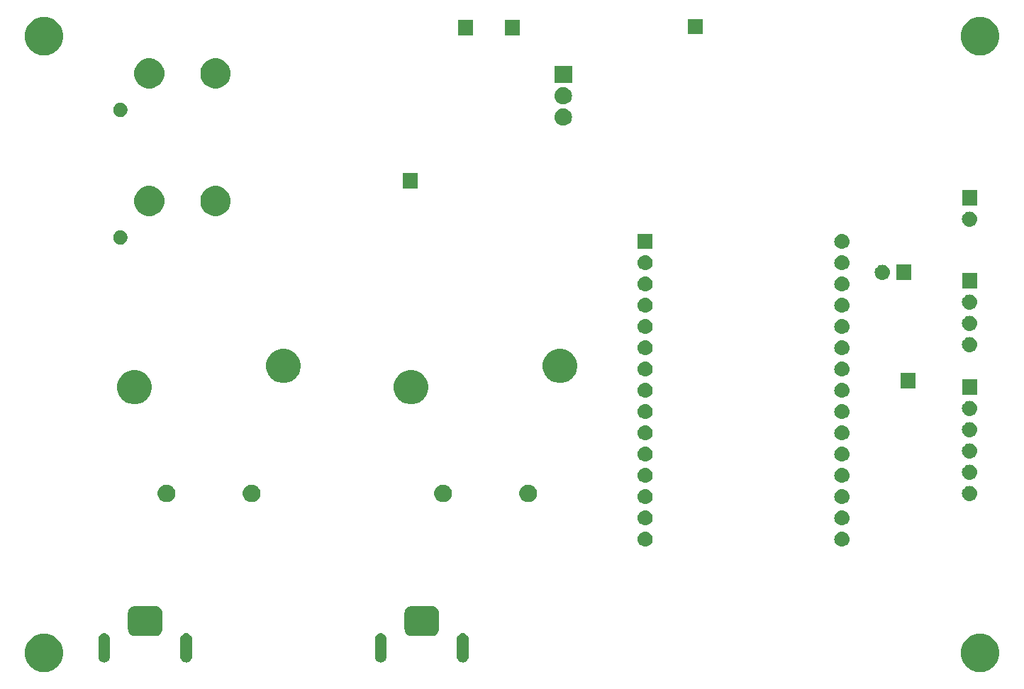
<source format=gbr>
G04 #@! TF.GenerationSoftware,KiCad,Pcbnew,(5.1.4)-1*
G04 #@! TF.CreationDate,2019-10-17T16:47:07-04:00*
G04 #@! TF.ProjectId,SegMan,5365674d-616e-42e6-9b69-6361645f7063,1.0*
G04 #@! TF.SameCoordinates,Original*
G04 #@! TF.FileFunction,Soldermask,Bot*
G04 #@! TF.FilePolarity,Negative*
%FSLAX46Y46*%
G04 Gerber Fmt 4.6, Leading zero omitted, Abs format (unit mm)*
G04 Created by KiCad (PCBNEW (5.1.4)-1) date 2019-10-17 16:47:07*
%MOMM*%
%LPD*%
G04 APERTURE LIST*
%ADD10C,0.100000*%
G04 APERTURE END LIST*
D10*
G36*
X82998903Y-139475213D02*
G01*
X83221177Y-139519426D01*
X83639932Y-139692880D01*
X84016802Y-139944696D01*
X84337304Y-140265198D01*
X84589120Y-140642068D01*
X84762574Y-141060823D01*
X84851000Y-141505371D01*
X84851000Y-141958629D01*
X84762574Y-142403177D01*
X84589120Y-142821932D01*
X84337304Y-143198802D01*
X84016802Y-143519304D01*
X83639932Y-143771120D01*
X83221177Y-143944574D01*
X82998903Y-143988787D01*
X82776630Y-144033000D01*
X82323370Y-144033000D01*
X82101097Y-143988787D01*
X81878823Y-143944574D01*
X81460068Y-143771120D01*
X81083198Y-143519304D01*
X80762696Y-143198802D01*
X80510880Y-142821932D01*
X80337426Y-142403177D01*
X80249000Y-141958629D01*
X80249000Y-141505371D01*
X80337426Y-141060823D01*
X80510880Y-140642068D01*
X80762696Y-140265198D01*
X81083198Y-139944696D01*
X81460068Y-139692880D01*
X81878823Y-139519426D01*
X82101097Y-139475213D01*
X82323370Y-139431000D01*
X82776630Y-139431000D01*
X82998903Y-139475213D01*
X82998903Y-139475213D01*
G37*
G36*
X194758903Y-139475213D02*
G01*
X194981177Y-139519426D01*
X195399932Y-139692880D01*
X195776802Y-139944696D01*
X196097304Y-140265198D01*
X196349120Y-140642068D01*
X196522574Y-141060823D01*
X196611000Y-141505371D01*
X196611000Y-141958629D01*
X196522574Y-142403177D01*
X196349120Y-142821932D01*
X196097304Y-143198802D01*
X195776802Y-143519304D01*
X195399932Y-143771120D01*
X194981177Y-143944574D01*
X194758903Y-143988787D01*
X194536630Y-144033000D01*
X194083370Y-144033000D01*
X193861097Y-143988787D01*
X193638823Y-143944574D01*
X193220068Y-143771120D01*
X192843198Y-143519304D01*
X192522696Y-143198802D01*
X192270880Y-142821932D01*
X192097426Y-142403177D01*
X192009000Y-141958629D01*
X192009000Y-141505371D01*
X192097426Y-141060823D01*
X192270880Y-140642068D01*
X192522696Y-140265198D01*
X192843198Y-139944696D01*
X193220068Y-139692880D01*
X193638823Y-139519426D01*
X193861097Y-139475213D01*
X194083370Y-139431000D01*
X194536630Y-139431000D01*
X194758903Y-139475213D01*
X194758903Y-139475213D01*
G37*
G36*
X89852420Y-139381143D02*
G01*
X89984556Y-139421227D01*
X89984558Y-139421228D01*
X90106338Y-139486320D01*
X90106340Y-139486321D01*
X90106339Y-139486321D01*
X90213080Y-139573920D01*
X90279172Y-139654454D01*
X90300680Y-139680661D01*
X90323310Y-139723000D01*
X90365773Y-139802443D01*
X90405857Y-139934579D01*
X90416000Y-140037568D01*
X90416000Y-142206432D01*
X90405857Y-142309421D01*
X90365773Y-142441557D01*
X90365772Y-142441559D01*
X90300680Y-142563339D01*
X90213080Y-142670080D01*
X90106339Y-142757680D01*
X89984559Y-142822772D01*
X89984557Y-142822773D01*
X89852421Y-142862857D01*
X89715000Y-142876391D01*
X89577580Y-142862857D01*
X89445444Y-142822773D01*
X89445442Y-142822772D01*
X89323662Y-142757680D01*
X89216921Y-142670080D01*
X89129321Y-142563339D01*
X89064229Y-142441559D01*
X89064228Y-142441557D01*
X89024144Y-142309421D01*
X89014001Y-142206432D01*
X89014000Y-140037569D01*
X89024143Y-139934580D01*
X89064227Y-139802444D01*
X89115939Y-139705697D01*
X89129320Y-139680662D01*
X89150828Y-139654454D01*
X89216920Y-139573920D01*
X89323660Y-139486321D01*
X89323659Y-139486321D01*
X89323661Y-139486320D01*
X89445441Y-139421228D01*
X89445443Y-139421227D01*
X89577579Y-139381143D01*
X89715000Y-139367609D01*
X89852420Y-139381143D01*
X89852420Y-139381143D01*
G37*
G36*
X122872420Y-139381143D02*
G01*
X123004556Y-139421227D01*
X123004558Y-139421228D01*
X123126338Y-139486320D01*
X123126340Y-139486321D01*
X123126339Y-139486321D01*
X123233080Y-139573920D01*
X123299172Y-139654454D01*
X123320680Y-139680661D01*
X123343310Y-139723000D01*
X123385773Y-139802443D01*
X123425857Y-139934579D01*
X123436000Y-140037568D01*
X123436000Y-142206432D01*
X123425857Y-142309421D01*
X123385773Y-142441557D01*
X123385772Y-142441559D01*
X123320680Y-142563339D01*
X123233080Y-142670080D01*
X123126339Y-142757680D01*
X123004559Y-142822772D01*
X123004557Y-142822773D01*
X122872421Y-142862857D01*
X122735000Y-142876391D01*
X122597580Y-142862857D01*
X122465444Y-142822773D01*
X122465442Y-142822772D01*
X122343662Y-142757680D01*
X122236921Y-142670080D01*
X122149321Y-142563339D01*
X122084229Y-142441559D01*
X122084228Y-142441557D01*
X122044144Y-142309421D01*
X122034001Y-142206432D01*
X122034000Y-140037569D01*
X122044143Y-139934580D01*
X122084227Y-139802444D01*
X122135939Y-139705697D01*
X122149320Y-139680662D01*
X122170828Y-139654454D01*
X122236920Y-139573920D01*
X122343660Y-139486321D01*
X122343659Y-139486321D01*
X122343661Y-139486320D01*
X122465441Y-139421228D01*
X122465443Y-139421227D01*
X122597579Y-139381143D01*
X122735000Y-139367609D01*
X122872420Y-139381143D01*
X122872420Y-139381143D01*
G37*
G36*
X99652420Y-139381143D02*
G01*
X99784556Y-139421227D01*
X99784558Y-139421228D01*
X99906338Y-139486320D01*
X99906340Y-139486321D01*
X99906339Y-139486321D01*
X100013080Y-139573920D01*
X100079172Y-139654454D01*
X100100680Y-139680661D01*
X100123310Y-139723000D01*
X100165773Y-139802443D01*
X100205857Y-139934579D01*
X100216000Y-140037568D01*
X100216000Y-142206432D01*
X100205857Y-142309421D01*
X100165773Y-142441557D01*
X100165772Y-142441559D01*
X100100680Y-142563339D01*
X100013080Y-142670080D01*
X99906339Y-142757680D01*
X99784559Y-142822772D01*
X99784557Y-142822773D01*
X99652421Y-142862857D01*
X99515000Y-142876391D01*
X99377580Y-142862857D01*
X99245444Y-142822773D01*
X99245442Y-142822772D01*
X99123662Y-142757680D01*
X99016921Y-142670080D01*
X98929321Y-142563339D01*
X98864229Y-142441559D01*
X98864228Y-142441557D01*
X98824144Y-142309421D01*
X98814001Y-142206432D01*
X98814000Y-140037569D01*
X98824143Y-139934580D01*
X98864227Y-139802444D01*
X98915939Y-139705697D01*
X98929320Y-139680662D01*
X98950828Y-139654454D01*
X99016920Y-139573920D01*
X99123660Y-139486321D01*
X99123659Y-139486321D01*
X99123661Y-139486320D01*
X99245441Y-139421228D01*
X99245443Y-139421227D01*
X99377579Y-139381143D01*
X99515000Y-139367609D01*
X99652420Y-139381143D01*
X99652420Y-139381143D01*
G37*
G36*
X132672420Y-139381143D02*
G01*
X132804556Y-139421227D01*
X132804558Y-139421228D01*
X132926338Y-139486320D01*
X132926340Y-139486321D01*
X132926339Y-139486321D01*
X133033080Y-139573920D01*
X133099172Y-139654454D01*
X133120680Y-139680661D01*
X133143310Y-139723000D01*
X133185773Y-139802443D01*
X133225857Y-139934579D01*
X133236000Y-140037568D01*
X133236000Y-142206432D01*
X133225857Y-142309421D01*
X133185773Y-142441557D01*
X133185772Y-142441559D01*
X133120680Y-142563339D01*
X133033080Y-142670080D01*
X132926339Y-142757680D01*
X132804559Y-142822772D01*
X132804557Y-142822773D01*
X132672421Y-142862857D01*
X132535000Y-142876391D01*
X132397580Y-142862857D01*
X132265444Y-142822773D01*
X132265442Y-142822772D01*
X132143662Y-142757680D01*
X132036921Y-142670080D01*
X131949321Y-142563339D01*
X131884229Y-142441559D01*
X131884228Y-142441557D01*
X131844144Y-142309421D01*
X131834001Y-142206432D01*
X131834000Y-140037569D01*
X131844143Y-139934580D01*
X131884227Y-139802444D01*
X131935939Y-139705697D01*
X131949320Y-139680662D01*
X131970828Y-139654454D01*
X132036920Y-139573920D01*
X132143660Y-139486321D01*
X132143659Y-139486321D01*
X132143661Y-139486320D01*
X132265441Y-139421228D01*
X132265443Y-139421227D01*
X132397579Y-139381143D01*
X132535000Y-139367609D01*
X132672420Y-139381143D01*
X132672420Y-139381143D01*
G37*
G36*
X129011366Y-136137695D02*
G01*
X129168460Y-136185349D01*
X129313231Y-136262731D01*
X129440128Y-136366872D01*
X129544269Y-136493769D01*
X129621651Y-136638540D01*
X129669305Y-136795634D01*
X129686000Y-136965140D01*
X129686000Y-138878860D01*
X129669305Y-139048366D01*
X129621651Y-139205460D01*
X129544269Y-139350231D01*
X129440128Y-139477128D01*
X129313231Y-139581269D01*
X129168460Y-139658651D01*
X129011366Y-139706305D01*
X128841860Y-139723000D01*
X126428140Y-139723000D01*
X126258634Y-139706305D01*
X126101540Y-139658651D01*
X125956769Y-139581269D01*
X125829872Y-139477128D01*
X125725731Y-139350231D01*
X125648349Y-139205460D01*
X125600695Y-139048366D01*
X125584000Y-138878860D01*
X125584000Y-136965140D01*
X125600695Y-136795634D01*
X125648349Y-136638540D01*
X125725731Y-136493769D01*
X125829872Y-136366872D01*
X125956769Y-136262731D01*
X126101540Y-136185349D01*
X126258634Y-136137695D01*
X126428140Y-136121000D01*
X128841860Y-136121000D01*
X129011366Y-136137695D01*
X129011366Y-136137695D01*
G37*
G36*
X95991366Y-136137695D02*
G01*
X96148460Y-136185349D01*
X96293231Y-136262731D01*
X96420128Y-136366872D01*
X96524269Y-136493769D01*
X96601651Y-136638540D01*
X96649305Y-136795634D01*
X96666000Y-136965140D01*
X96666000Y-138878860D01*
X96649305Y-139048366D01*
X96601651Y-139205460D01*
X96524269Y-139350231D01*
X96420128Y-139477128D01*
X96293231Y-139581269D01*
X96148460Y-139658651D01*
X95991366Y-139706305D01*
X95821860Y-139723000D01*
X93408140Y-139723000D01*
X93238634Y-139706305D01*
X93081540Y-139658651D01*
X92936769Y-139581269D01*
X92809872Y-139477128D01*
X92705731Y-139350231D01*
X92628349Y-139205460D01*
X92580695Y-139048366D01*
X92564000Y-138878860D01*
X92564000Y-136965140D01*
X92580695Y-136795634D01*
X92628349Y-136638540D01*
X92705731Y-136493769D01*
X92809872Y-136366872D01*
X92936769Y-136262731D01*
X93081540Y-136185349D01*
X93238634Y-136137695D01*
X93408140Y-136121000D01*
X95821860Y-136121000D01*
X95991366Y-136137695D01*
X95991366Y-136137695D01*
G37*
G36*
X154415443Y-127248519D02*
G01*
X154481627Y-127255037D01*
X154651466Y-127306557D01*
X154807991Y-127390222D01*
X154843729Y-127419552D01*
X154945186Y-127502814D01*
X155028448Y-127604271D01*
X155057778Y-127640009D01*
X155141443Y-127796534D01*
X155192963Y-127966373D01*
X155210359Y-128143000D01*
X155192963Y-128319627D01*
X155141443Y-128489466D01*
X155057778Y-128645991D01*
X155028448Y-128681729D01*
X154945186Y-128783186D01*
X154843729Y-128866448D01*
X154807991Y-128895778D01*
X154651466Y-128979443D01*
X154481627Y-129030963D01*
X154415442Y-129037482D01*
X154349260Y-129044000D01*
X154260740Y-129044000D01*
X154194558Y-129037482D01*
X154128373Y-129030963D01*
X153958534Y-128979443D01*
X153802009Y-128895778D01*
X153766271Y-128866448D01*
X153664814Y-128783186D01*
X153581552Y-128681729D01*
X153552222Y-128645991D01*
X153468557Y-128489466D01*
X153417037Y-128319627D01*
X153399641Y-128143000D01*
X153417037Y-127966373D01*
X153468557Y-127796534D01*
X153552222Y-127640009D01*
X153581552Y-127604271D01*
X153664814Y-127502814D01*
X153766271Y-127419552D01*
X153802009Y-127390222D01*
X153958534Y-127306557D01*
X154128373Y-127255037D01*
X154194557Y-127248519D01*
X154260740Y-127242000D01*
X154349260Y-127242000D01*
X154415443Y-127248519D01*
X154415443Y-127248519D01*
G37*
G36*
X177910443Y-127248519D02*
G01*
X177976627Y-127255037D01*
X178146466Y-127306557D01*
X178302991Y-127390222D01*
X178338729Y-127419552D01*
X178440186Y-127502814D01*
X178523448Y-127604271D01*
X178552778Y-127640009D01*
X178636443Y-127796534D01*
X178687963Y-127966373D01*
X178705359Y-128143000D01*
X178687963Y-128319627D01*
X178636443Y-128489466D01*
X178552778Y-128645991D01*
X178523448Y-128681729D01*
X178440186Y-128783186D01*
X178338729Y-128866448D01*
X178302991Y-128895778D01*
X178146466Y-128979443D01*
X177976627Y-129030963D01*
X177910442Y-129037482D01*
X177844260Y-129044000D01*
X177755740Y-129044000D01*
X177689558Y-129037482D01*
X177623373Y-129030963D01*
X177453534Y-128979443D01*
X177297009Y-128895778D01*
X177261271Y-128866448D01*
X177159814Y-128783186D01*
X177076552Y-128681729D01*
X177047222Y-128645991D01*
X176963557Y-128489466D01*
X176912037Y-128319627D01*
X176894641Y-128143000D01*
X176912037Y-127966373D01*
X176963557Y-127796534D01*
X177047222Y-127640009D01*
X177076552Y-127604271D01*
X177159814Y-127502814D01*
X177261271Y-127419552D01*
X177297009Y-127390222D01*
X177453534Y-127306557D01*
X177623373Y-127255037D01*
X177689557Y-127248519D01*
X177755740Y-127242000D01*
X177844260Y-127242000D01*
X177910443Y-127248519D01*
X177910443Y-127248519D01*
G37*
G36*
X154415442Y-124708518D02*
G01*
X154481627Y-124715037D01*
X154651466Y-124766557D01*
X154807991Y-124850222D01*
X154843729Y-124879552D01*
X154945186Y-124962814D01*
X155028448Y-125064271D01*
X155057778Y-125100009D01*
X155141443Y-125256534D01*
X155192963Y-125426373D01*
X155210359Y-125603000D01*
X155192963Y-125779627D01*
X155141443Y-125949466D01*
X155057778Y-126105991D01*
X155028448Y-126141729D01*
X154945186Y-126243186D01*
X154843729Y-126326448D01*
X154807991Y-126355778D01*
X154651466Y-126439443D01*
X154481627Y-126490963D01*
X154415442Y-126497482D01*
X154349260Y-126504000D01*
X154260740Y-126504000D01*
X154194558Y-126497482D01*
X154128373Y-126490963D01*
X153958534Y-126439443D01*
X153802009Y-126355778D01*
X153766271Y-126326448D01*
X153664814Y-126243186D01*
X153581552Y-126141729D01*
X153552222Y-126105991D01*
X153468557Y-125949466D01*
X153417037Y-125779627D01*
X153399641Y-125603000D01*
X153417037Y-125426373D01*
X153468557Y-125256534D01*
X153552222Y-125100009D01*
X153581552Y-125064271D01*
X153664814Y-124962814D01*
X153766271Y-124879552D01*
X153802009Y-124850222D01*
X153958534Y-124766557D01*
X154128373Y-124715037D01*
X154194558Y-124708518D01*
X154260740Y-124702000D01*
X154349260Y-124702000D01*
X154415442Y-124708518D01*
X154415442Y-124708518D01*
G37*
G36*
X177910442Y-124708518D02*
G01*
X177976627Y-124715037D01*
X178146466Y-124766557D01*
X178302991Y-124850222D01*
X178338729Y-124879552D01*
X178440186Y-124962814D01*
X178523448Y-125064271D01*
X178552778Y-125100009D01*
X178636443Y-125256534D01*
X178687963Y-125426373D01*
X178705359Y-125603000D01*
X178687963Y-125779627D01*
X178636443Y-125949466D01*
X178552778Y-126105991D01*
X178523448Y-126141729D01*
X178440186Y-126243186D01*
X178338729Y-126326448D01*
X178302991Y-126355778D01*
X178146466Y-126439443D01*
X177976627Y-126490963D01*
X177910442Y-126497482D01*
X177844260Y-126504000D01*
X177755740Y-126504000D01*
X177689558Y-126497482D01*
X177623373Y-126490963D01*
X177453534Y-126439443D01*
X177297009Y-126355778D01*
X177261271Y-126326448D01*
X177159814Y-126243186D01*
X177076552Y-126141729D01*
X177047222Y-126105991D01*
X176963557Y-125949466D01*
X176912037Y-125779627D01*
X176894641Y-125603000D01*
X176912037Y-125426373D01*
X176963557Y-125256534D01*
X177047222Y-125100009D01*
X177076552Y-125064271D01*
X177159814Y-124962814D01*
X177261271Y-124879552D01*
X177297009Y-124850222D01*
X177453534Y-124766557D01*
X177623373Y-124715037D01*
X177689558Y-124708518D01*
X177755740Y-124702000D01*
X177844260Y-124702000D01*
X177910442Y-124708518D01*
X177910442Y-124708518D01*
G37*
G36*
X177910442Y-122168518D02*
G01*
X177976627Y-122175037D01*
X178146466Y-122226557D01*
X178302991Y-122310222D01*
X178338729Y-122339552D01*
X178440186Y-122422814D01*
X178507939Y-122505373D01*
X178552778Y-122560009D01*
X178636443Y-122716534D01*
X178687963Y-122886373D01*
X178705359Y-123063000D01*
X178687963Y-123239627D01*
X178636443Y-123409466D01*
X178552778Y-123565991D01*
X178549518Y-123569963D01*
X178440186Y-123703186D01*
X178338729Y-123786448D01*
X178302991Y-123815778D01*
X178146466Y-123899443D01*
X177976627Y-123950963D01*
X177910443Y-123957481D01*
X177844260Y-123964000D01*
X177755740Y-123964000D01*
X177689557Y-123957481D01*
X177623373Y-123950963D01*
X177453534Y-123899443D01*
X177297009Y-123815778D01*
X177261271Y-123786448D01*
X177159814Y-123703186D01*
X177050482Y-123569963D01*
X177047222Y-123565991D01*
X176963557Y-123409466D01*
X176912037Y-123239627D01*
X176894641Y-123063000D01*
X176912037Y-122886373D01*
X176963557Y-122716534D01*
X177047222Y-122560009D01*
X177092061Y-122505373D01*
X177159814Y-122422814D01*
X177261271Y-122339552D01*
X177297009Y-122310222D01*
X177453534Y-122226557D01*
X177623373Y-122175037D01*
X177689558Y-122168518D01*
X177755740Y-122162000D01*
X177844260Y-122162000D01*
X177910442Y-122168518D01*
X177910442Y-122168518D01*
G37*
G36*
X154415442Y-122168518D02*
G01*
X154481627Y-122175037D01*
X154651466Y-122226557D01*
X154807991Y-122310222D01*
X154843729Y-122339552D01*
X154945186Y-122422814D01*
X155012939Y-122505373D01*
X155057778Y-122560009D01*
X155141443Y-122716534D01*
X155192963Y-122886373D01*
X155210359Y-123063000D01*
X155192963Y-123239627D01*
X155141443Y-123409466D01*
X155057778Y-123565991D01*
X155054518Y-123569963D01*
X154945186Y-123703186D01*
X154843729Y-123786448D01*
X154807991Y-123815778D01*
X154651466Y-123899443D01*
X154481627Y-123950963D01*
X154415443Y-123957481D01*
X154349260Y-123964000D01*
X154260740Y-123964000D01*
X154194557Y-123957481D01*
X154128373Y-123950963D01*
X153958534Y-123899443D01*
X153802009Y-123815778D01*
X153766271Y-123786448D01*
X153664814Y-123703186D01*
X153555482Y-123569963D01*
X153552222Y-123565991D01*
X153468557Y-123409466D01*
X153417037Y-123239627D01*
X153399641Y-123063000D01*
X153417037Y-122886373D01*
X153468557Y-122716534D01*
X153552222Y-122560009D01*
X153597061Y-122505373D01*
X153664814Y-122422814D01*
X153766271Y-122339552D01*
X153802009Y-122310222D01*
X153958534Y-122226557D01*
X154128373Y-122175037D01*
X154194558Y-122168518D01*
X154260740Y-122162000D01*
X154349260Y-122162000D01*
X154415442Y-122168518D01*
X154415442Y-122168518D01*
G37*
G36*
X130481564Y-121671389D02*
G01*
X130672833Y-121750615D01*
X130672835Y-121750616D01*
X130737819Y-121794037D01*
X130844973Y-121865635D01*
X130991365Y-122012027D01*
X131106385Y-122184167D01*
X131185611Y-122375436D01*
X131226000Y-122578484D01*
X131226000Y-122785516D01*
X131185611Y-122988564D01*
X131106385Y-123179833D01*
X131106384Y-123179835D01*
X130991365Y-123351973D01*
X130844973Y-123498365D01*
X130672835Y-123613384D01*
X130672834Y-123613385D01*
X130672833Y-123613385D01*
X130481564Y-123692611D01*
X130278516Y-123733000D01*
X130071484Y-123733000D01*
X129868436Y-123692611D01*
X129677167Y-123613385D01*
X129677166Y-123613385D01*
X129677165Y-123613384D01*
X129505027Y-123498365D01*
X129358635Y-123351973D01*
X129243616Y-123179835D01*
X129243615Y-123179833D01*
X129164389Y-122988564D01*
X129124000Y-122785516D01*
X129124000Y-122578484D01*
X129164389Y-122375436D01*
X129243615Y-122184167D01*
X129358635Y-122012027D01*
X129505027Y-121865635D01*
X129612181Y-121794037D01*
X129677165Y-121750616D01*
X129677167Y-121750615D01*
X129868436Y-121671389D01*
X130071484Y-121631000D01*
X130278516Y-121631000D01*
X130481564Y-121671389D01*
X130481564Y-121671389D01*
G37*
G36*
X140641564Y-121671389D02*
G01*
X140832833Y-121750615D01*
X140832835Y-121750616D01*
X140897819Y-121794037D01*
X141004973Y-121865635D01*
X141151365Y-122012027D01*
X141266385Y-122184167D01*
X141345611Y-122375436D01*
X141386000Y-122578484D01*
X141386000Y-122785516D01*
X141345611Y-122988564D01*
X141266385Y-123179833D01*
X141266384Y-123179835D01*
X141151365Y-123351973D01*
X141004973Y-123498365D01*
X140832835Y-123613384D01*
X140832834Y-123613385D01*
X140832833Y-123613385D01*
X140641564Y-123692611D01*
X140438516Y-123733000D01*
X140231484Y-123733000D01*
X140028436Y-123692611D01*
X139837167Y-123613385D01*
X139837166Y-123613385D01*
X139837165Y-123613384D01*
X139665027Y-123498365D01*
X139518635Y-123351973D01*
X139403616Y-123179835D01*
X139403615Y-123179833D01*
X139324389Y-122988564D01*
X139284000Y-122785516D01*
X139284000Y-122578484D01*
X139324389Y-122375436D01*
X139403615Y-122184167D01*
X139518635Y-122012027D01*
X139665027Y-121865635D01*
X139772181Y-121794037D01*
X139837165Y-121750616D01*
X139837167Y-121750615D01*
X140028436Y-121671389D01*
X140231484Y-121631000D01*
X140438516Y-121631000D01*
X140641564Y-121671389D01*
X140641564Y-121671389D01*
G37*
G36*
X97461564Y-121671389D02*
G01*
X97652833Y-121750615D01*
X97652835Y-121750616D01*
X97717819Y-121794037D01*
X97824973Y-121865635D01*
X97971365Y-122012027D01*
X98086385Y-122184167D01*
X98165611Y-122375436D01*
X98206000Y-122578484D01*
X98206000Y-122785516D01*
X98165611Y-122988564D01*
X98086385Y-123179833D01*
X98086384Y-123179835D01*
X97971365Y-123351973D01*
X97824973Y-123498365D01*
X97652835Y-123613384D01*
X97652834Y-123613385D01*
X97652833Y-123613385D01*
X97461564Y-123692611D01*
X97258516Y-123733000D01*
X97051484Y-123733000D01*
X96848436Y-123692611D01*
X96657167Y-123613385D01*
X96657166Y-123613385D01*
X96657165Y-123613384D01*
X96485027Y-123498365D01*
X96338635Y-123351973D01*
X96223616Y-123179835D01*
X96223615Y-123179833D01*
X96144389Y-122988564D01*
X96104000Y-122785516D01*
X96104000Y-122578484D01*
X96144389Y-122375436D01*
X96223615Y-122184167D01*
X96338635Y-122012027D01*
X96485027Y-121865635D01*
X96592181Y-121794037D01*
X96657165Y-121750616D01*
X96657167Y-121750615D01*
X96848436Y-121671389D01*
X97051484Y-121631000D01*
X97258516Y-121631000D01*
X97461564Y-121671389D01*
X97461564Y-121671389D01*
G37*
G36*
X107621564Y-121671389D02*
G01*
X107812833Y-121750615D01*
X107812835Y-121750616D01*
X107877819Y-121794037D01*
X107984973Y-121865635D01*
X108131365Y-122012027D01*
X108246385Y-122184167D01*
X108325611Y-122375436D01*
X108366000Y-122578484D01*
X108366000Y-122785516D01*
X108325611Y-122988564D01*
X108246385Y-123179833D01*
X108246384Y-123179835D01*
X108131365Y-123351973D01*
X107984973Y-123498365D01*
X107812835Y-123613384D01*
X107812834Y-123613385D01*
X107812833Y-123613385D01*
X107621564Y-123692611D01*
X107418516Y-123733000D01*
X107211484Y-123733000D01*
X107008436Y-123692611D01*
X106817167Y-123613385D01*
X106817166Y-123613385D01*
X106817165Y-123613384D01*
X106645027Y-123498365D01*
X106498635Y-123351973D01*
X106383616Y-123179835D01*
X106383615Y-123179833D01*
X106304389Y-122988564D01*
X106264000Y-122785516D01*
X106264000Y-122578484D01*
X106304389Y-122375436D01*
X106383615Y-122184167D01*
X106498635Y-122012027D01*
X106645027Y-121865635D01*
X106752181Y-121794037D01*
X106817165Y-121750616D01*
X106817167Y-121750615D01*
X107008436Y-121671389D01*
X107211484Y-121631000D01*
X107418516Y-121631000D01*
X107621564Y-121671389D01*
X107621564Y-121671389D01*
G37*
G36*
X193150443Y-121787519D02*
G01*
X193216627Y-121794037D01*
X193386466Y-121845557D01*
X193542991Y-121929222D01*
X193578729Y-121958552D01*
X193680186Y-122041814D01*
X193763448Y-122143271D01*
X193792778Y-122179009D01*
X193876443Y-122335534D01*
X193927963Y-122505373D01*
X193945359Y-122682000D01*
X193927963Y-122858627D01*
X193876443Y-123028466D01*
X193792778Y-123184991D01*
X193763448Y-123220729D01*
X193680186Y-123322186D01*
X193578729Y-123405448D01*
X193542991Y-123434778D01*
X193386466Y-123518443D01*
X193216627Y-123569963D01*
X193150443Y-123576481D01*
X193084260Y-123583000D01*
X192995740Y-123583000D01*
X192929557Y-123576481D01*
X192863373Y-123569963D01*
X192693534Y-123518443D01*
X192537009Y-123434778D01*
X192501271Y-123405448D01*
X192399814Y-123322186D01*
X192316552Y-123220729D01*
X192287222Y-123184991D01*
X192203557Y-123028466D01*
X192152037Y-122858627D01*
X192134641Y-122682000D01*
X192152037Y-122505373D01*
X192203557Y-122335534D01*
X192287222Y-122179009D01*
X192316552Y-122143271D01*
X192399814Y-122041814D01*
X192501271Y-121958552D01*
X192537009Y-121929222D01*
X192693534Y-121845557D01*
X192863373Y-121794037D01*
X192929557Y-121787519D01*
X192995740Y-121781000D01*
X193084260Y-121781000D01*
X193150443Y-121787519D01*
X193150443Y-121787519D01*
G37*
G36*
X177910442Y-119628518D02*
G01*
X177976627Y-119635037D01*
X178146466Y-119686557D01*
X178302991Y-119770222D01*
X178338729Y-119799552D01*
X178440186Y-119882814D01*
X178507939Y-119965373D01*
X178552778Y-120020009D01*
X178636443Y-120176534D01*
X178687963Y-120346373D01*
X178705359Y-120523000D01*
X178687963Y-120699627D01*
X178636443Y-120869466D01*
X178552778Y-121025991D01*
X178549518Y-121029963D01*
X178440186Y-121163186D01*
X178338729Y-121246448D01*
X178302991Y-121275778D01*
X178146466Y-121359443D01*
X177976627Y-121410963D01*
X177910442Y-121417482D01*
X177844260Y-121424000D01*
X177755740Y-121424000D01*
X177689558Y-121417482D01*
X177623373Y-121410963D01*
X177453534Y-121359443D01*
X177297009Y-121275778D01*
X177261271Y-121246448D01*
X177159814Y-121163186D01*
X177050482Y-121029963D01*
X177047222Y-121025991D01*
X176963557Y-120869466D01*
X176912037Y-120699627D01*
X176894641Y-120523000D01*
X176912037Y-120346373D01*
X176963557Y-120176534D01*
X177047222Y-120020009D01*
X177092061Y-119965373D01*
X177159814Y-119882814D01*
X177261271Y-119799552D01*
X177297009Y-119770222D01*
X177453534Y-119686557D01*
X177623373Y-119635037D01*
X177689558Y-119628518D01*
X177755740Y-119622000D01*
X177844260Y-119622000D01*
X177910442Y-119628518D01*
X177910442Y-119628518D01*
G37*
G36*
X154415442Y-119628518D02*
G01*
X154481627Y-119635037D01*
X154651466Y-119686557D01*
X154807991Y-119770222D01*
X154843729Y-119799552D01*
X154945186Y-119882814D01*
X155012939Y-119965373D01*
X155057778Y-120020009D01*
X155141443Y-120176534D01*
X155192963Y-120346373D01*
X155210359Y-120523000D01*
X155192963Y-120699627D01*
X155141443Y-120869466D01*
X155057778Y-121025991D01*
X155054518Y-121029963D01*
X154945186Y-121163186D01*
X154843729Y-121246448D01*
X154807991Y-121275778D01*
X154651466Y-121359443D01*
X154481627Y-121410963D01*
X154415442Y-121417482D01*
X154349260Y-121424000D01*
X154260740Y-121424000D01*
X154194558Y-121417482D01*
X154128373Y-121410963D01*
X153958534Y-121359443D01*
X153802009Y-121275778D01*
X153766271Y-121246448D01*
X153664814Y-121163186D01*
X153555482Y-121029963D01*
X153552222Y-121025991D01*
X153468557Y-120869466D01*
X153417037Y-120699627D01*
X153399641Y-120523000D01*
X153417037Y-120346373D01*
X153468557Y-120176534D01*
X153552222Y-120020009D01*
X153597061Y-119965373D01*
X153664814Y-119882814D01*
X153766271Y-119799552D01*
X153802009Y-119770222D01*
X153958534Y-119686557D01*
X154128373Y-119635037D01*
X154194558Y-119628518D01*
X154260740Y-119622000D01*
X154349260Y-119622000D01*
X154415442Y-119628518D01*
X154415442Y-119628518D01*
G37*
G36*
X193150443Y-119247519D02*
G01*
X193216627Y-119254037D01*
X193386466Y-119305557D01*
X193542991Y-119389222D01*
X193578729Y-119418552D01*
X193680186Y-119501814D01*
X193763448Y-119603271D01*
X193792778Y-119639009D01*
X193876443Y-119795534D01*
X193927963Y-119965373D01*
X193945359Y-120142000D01*
X193927963Y-120318627D01*
X193876443Y-120488466D01*
X193792778Y-120644991D01*
X193763448Y-120680729D01*
X193680186Y-120782186D01*
X193578729Y-120865448D01*
X193542991Y-120894778D01*
X193386466Y-120978443D01*
X193216627Y-121029963D01*
X193150442Y-121036482D01*
X193084260Y-121043000D01*
X192995740Y-121043000D01*
X192929558Y-121036482D01*
X192863373Y-121029963D01*
X192693534Y-120978443D01*
X192537009Y-120894778D01*
X192501271Y-120865448D01*
X192399814Y-120782186D01*
X192316552Y-120680729D01*
X192287222Y-120644991D01*
X192203557Y-120488466D01*
X192152037Y-120318627D01*
X192134641Y-120142000D01*
X192152037Y-119965373D01*
X192203557Y-119795534D01*
X192287222Y-119639009D01*
X192316552Y-119603271D01*
X192399814Y-119501814D01*
X192501271Y-119418552D01*
X192537009Y-119389222D01*
X192693534Y-119305557D01*
X192863373Y-119254037D01*
X192929557Y-119247519D01*
X192995740Y-119241000D01*
X193084260Y-119241000D01*
X193150443Y-119247519D01*
X193150443Y-119247519D01*
G37*
G36*
X154415442Y-117088518D02*
G01*
X154481627Y-117095037D01*
X154651466Y-117146557D01*
X154807991Y-117230222D01*
X154843729Y-117259552D01*
X154945186Y-117342814D01*
X155012939Y-117425373D01*
X155057778Y-117480009D01*
X155141443Y-117636534D01*
X155192963Y-117806373D01*
X155210359Y-117983000D01*
X155192963Y-118159627D01*
X155141443Y-118329466D01*
X155057778Y-118485991D01*
X155054518Y-118489963D01*
X154945186Y-118623186D01*
X154843729Y-118706448D01*
X154807991Y-118735778D01*
X154651466Y-118819443D01*
X154481627Y-118870963D01*
X154415442Y-118877482D01*
X154349260Y-118884000D01*
X154260740Y-118884000D01*
X154194558Y-118877482D01*
X154128373Y-118870963D01*
X153958534Y-118819443D01*
X153802009Y-118735778D01*
X153766271Y-118706448D01*
X153664814Y-118623186D01*
X153555482Y-118489963D01*
X153552222Y-118485991D01*
X153468557Y-118329466D01*
X153417037Y-118159627D01*
X153399641Y-117983000D01*
X153417037Y-117806373D01*
X153468557Y-117636534D01*
X153552222Y-117480009D01*
X153597061Y-117425373D01*
X153664814Y-117342814D01*
X153766271Y-117259552D01*
X153802009Y-117230222D01*
X153958534Y-117146557D01*
X154128373Y-117095037D01*
X154194558Y-117088518D01*
X154260740Y-117082000D01*
X154349260Y-117082000D01*
X154415442Y-117088518D01*
X154415442Y-117088518D01*
G37*
G36*
X177910442Y-117088518D02*
G01*
X177976627Y-117095037D01*
X178146466Y-117146557D01*
X178302991Y-117230222D01*
X178338729Y-117259552D01*
X178440186Y-117342814D01*
X178507939Y-117425373D01*
X178552778Y-117480009D01*
X178636443Y-117636534D01*
X178687963Y-117806373D01*
X178705359Y-117983000D01*
X178687963Y-118159627D01*
X178636443Y-118329466D01*
X178552778Y-118485991D01*
X178549518Y-118489963D01*
X178440186Y-118623186D01*
X178338729Y-118706448D01*
X178302991Y-118735778D01*
X178146466Y-118819443D01*
X177976627Y-118870963D01*
X177910442Y-118877482D01*
X177844260Y-118884000D01*
X177755740Y-118884000D01*
X177689558Y-118877482D01*
X177623373Y-118870963D01*
X177453534Y-118819443D01*
X177297009Y-118735778D01*
X177261271Y-118706448D01*
X177159814Y-118623186D01*
X177050482Y-118489963D01*
X177047222Y-118485991D01*
X176963557Y-118329466D01*
X176912037Y-118159627D01*
X176894641Y-117983000D01*
X176912037Y-117806373D01*
X176963557Y-117636534D01*
X177047222Y-117480009D01*
X177092061Y-117425373D01*
X177159814Y-117342814D01*
X177261271Y-117259552D01*
X177297009Y-117230222D01*
X177453534Y-117146557D01*
X177623373Y-117095037D01*
X177689558Y-117088518D01*
X177755740Y-117082000D01*
X177844260Y-117082000D01*
X177910442Y-117088518D01*
X177910442Y-117088518D01*
G37*
G36*
X193150442Y-116707518D02*
G01*
X193216627Y-116714037D01*
X193386466Y-116765557D01*
X193542991Y-116849222D01*
X193578729Y-116878552D01*
X193680186Y-116961814D01*
X193763448Y-117063271D01*
X193792778Y-117099009D01*
X193876443Y-117255534D01*
X193927963Y-117425373D01*
X193945359Y-117602000D01*
X193927963Y-117778627D01*
X193876443Y-117948466D01*
X193792778Y-118104991D01*
X193763448Y-118140729D01*
X193680186Y-118242186D01*
X193578729Y-118325448D01*
X193542991Y-118354778D01*
X193386466Y-118438443D01*
X193216627Y-118489963D01*
X193150443Y-118496481D01*
X193084260Y-118503000D01*
X192995740Y-118503000D01*
X192929557Y-118496481D01*
X192863373Y-118489963D01*
X192693534Y-118438443D01*
X192537009Y-118354778D01*
X192501271Y-118325448D01*
X192399814Y-118242186D01*
X192316552Y-118140729D01*
X192287222Y-118104991D01*
X192203557Y-117948466D01*
X192152037Y-117778627D01*
X192134641Y-117602000D01*
X192152037Y-117425373D01*
X192203557Y-117255534D01*
X192287222Y-117099009D01*
X192316552Y-117063271D01*
X192399814Y-116961814D01*
X192501271Y-116878552D01*
X192537009Y-116849222D01*
X192693534Y-116765557D01*
X192863373Y-116714037D01*
X192929558Y-116707518D01*
X192995740Y-116701000D01*
X193084260Y-116701000D01*
X193150442Y-116707518D01*
X193150442Y-116707518D01*
G37*
G36*
X154415443Y-114548519D02*
G01*
X154481627Y-114555037D01*
X154651466Y-114606557D01*
X154807991Y-114690222D01*
X154843729Y-114719552D01*
X154945186Y-114802814D01*
X155012939Y-114885373D01*
X155057778Y-114940009D01*
X155141443Y-115096534D01*
X155192963Y-115266373D01*
X155210359Y-115443000D01*
X155192963Y-115619627D01*
X155141443Y-115789466D01*
X155057778Y-115945991D01*
X155054518Y-115949963D01*
X154945186Y-116083186D01*
X154843729Y-116166448D01*
X154807991Y-116195778D01*
X154651466Y-116279443D01*
X154481627Y-116330963D01*
X154415442Y-116337482D01*
X154349260Y-116344000D01*
X154260740Y-116344000D01*
X154194558Y-116337482D01*
X154128373Y-116330963D01*
X153958534Y-116279443D01*
X153802009Y-116195778D01*
X153766271Y-116166448D01*
X153664814Y-116083186D01*
X153555482Y-115949963D01*
X153552222Y-115945991D01*
X153468557Y-115789466D01*
X153417037Y-115619627D01*
X153399641Y-115443000D01*
X153417037Y-115266373D01*
X153468557Y-115096534D01*
X153552222Y-114940009D01*
X153597061Y-114885373D01*
X153664814Y-114802814D01*
X153766271Y-114719552D01*
X153802009Y-114690222D01*
X153958534Y-114606557D01*
X154128373Y-114555037D01*
X154194557Y-114548519D01*
X154260740Y-114542000D01*
X154349260Y-114542000D01*
X154415443Y-114548519D01*
X154415443Y-114548519D01*
G37*
G36*
X177910443Y-114548519D02*
G01*
X177976627Y-114555037D01*
X178146466Y-114606557D01*
X178302991Y-114690222D01*
X178338729Y-114719552D01*
X178440186Y-114802814D01*
X178507939Y-114885373D01*
X178552778Y-114940009D01*
X178636443Y-115096534D01*
X178687963Y-115266373D01*
X178705359Y-115443000D01*
X178687963Y-115619627D01*
X178636443Y-115789466D01*
X178552778Y-115945991D01*
X178549518Y-115949963D01*
X178440186Y-116083186D01*
X178338729Y-116166448D01*
X178302991Y-116195778D01*
X178146466Y-116279443D01*
X177976627Y-116330963D01*
X177910442Y-116337482D01*
X177844260Y-116344000D01*
X177755740Y-116344000D01*
X177689558Y-116337482D01*
X177623373Y-116330963D01*
X177453534Y-116279443D01*
X177297009Y-116195778D01*
X177261271Y-116166448D01*
X177159814Y-116083186D01*
X177050482Y-115949963D01*
X177047222Y-115945991D01*
X176963557Y-115789466D01*
X176912037Y-115619627D01*
X176894641Y-115443000D01*
X176912037Y-115266373D01*
X176963557Y-115096534D01*
X177047222Y-114940009D01*
X177092061Y-114885373D01*
X177159814Y-114802814D01*
X177261271Y-114719552D01*
X177297009Y-114690222D01*
X177453534Y-114606557D01*
X177623373Y-114555037D01*
X177689557Y-114548519D01*
X177755740Y-114542000D01*
X177844260Y-114542000D01*
X177910443Y-114548519D01*
X177910443Y-114548519D01*
G37*
G36*
X193150442Y-114167518D02*
G01*
X193216627Y-114174037D01*
X193386466Y-114225557D01*
X193542991Y-114309222D01*
X193578729Y-114338552D01*
X193680186Y-114421814D01*
X193763448Y-114523271D01*
X193792778Y-114559009D01*
X193876443Y-114715534D01*
X193927963Y-114885373D01*
X193945359Y-115062000D01*
X193927963Y-115238627D01*
X193876443Y-115408466D01*
X193792778Y-115564991D01*
X193763448Y-115600729D01*
X193680186Y-115702186D01*
X193578729Y-115785448D01*
X193542991Y-115814778D01*
X193386466Y-115898443D01*
X193216627Y-115949963D01*
X193150443Y-115956481D01*
X193084260Y-115963000D01*
X192995740Y-115963000D01*
X192929557Y-115956481D01*
X192863373Y-115949963D01*
X192693534Y-115898443D01*
X192537009Y-115814778D01*
X192501271Y-115785448D01*
X192399814Y-115702186D01*
X192316552Y-115600729D01*
X192287222Y-115564991D01*
X192203557Y-115408466D01*
X192152037Y-115238627D01*
X192134641Y-115062000D01*
X192152037Y-114885373D01*
X192203557Y-114715534D01*
X192287222Y-114559009D01*
X192316552Y-114523271D01*
X192399814Y-114421814D01*
X192501271Y-114338552D01*
X192537009Y-114309222D01*
X192693534Y-114225557D01*
X192863373Y-114174037D01*
X192929558Y-114167518D01*
X192995740Y-114161000D01*
X193084260Y-114161000D01*
X193150442Y-114167518D01*
X193150442Y-114167518D01*
G37*
G36*
X177910442Y-112008518D02*
G01*
X177976627Y-112015037D01*
X178146466Y-112066557D01*
X178302991Y-112150222D01*
X178338729Y-112179552D01*
X178440186Y-112262814D01*
X178507939Y-112345373D01*
X178552778Y-112400009D01*
X178636443Y-112556534D01*
X178687963Y-112726373D01*
X178705359Y-112903000D01*
X178687963Y-113079627D01*
X178636443Y-113249466D01*
X178552778Y-113405991D01*
X178549518Y-113409963D01*
X178440186Y-113543186D01*
X178338729Y-113626448D01*
X178302991Y-113655778D01*
X178146466Y-113739443D01*
X177976627Y-113790963D01*
X177910442Y-113797482D01*
X177844260Y-113804000D01*
X177755740Y-113804000D01*
X177689558Y-113797482D01*
X177623373Y-113790963D01*
X177453534Y-113739443D01*
X177297009Y-113655778D01*
X177261271Y-113626448D01*
X177159814Y-113543186D01*
X177050482Y-113409963D01*
X177047222Y-113405991D01*
X176963557Y-113249466D01*
X176912037Y-113079627D01*
X176894641Y-112903000D01*
X176912037Y-112726373D01*
X176963557Y-112556534D01*
X177047222Y-112400009D01*
X177092061Y-112345373D01*
X177159814Y-112262814D01*
X177261271Y-112179552D01*
X177297009Y-112150222D01*
X177453534Y-112066557D01*
X177623373Y-112015037D01*
X177689558Y-112008518D01*
X177755740Y-112002000D01*
X177844260Y-112002000D01*
X177910442Y-112008518D01*
X177910442Y-112008518D01*
G37*
G36*
X154415442Y-112008518D02*
G01*
X154481627Y-112015037D01*
X154651466Y-112066557D01*
X154807991Y-112150222D01*
X154843729Y-112179552D01*
X154945186Y-112262814D01*
X155012939Y-112345373D01*
X155057778Y-112400009D01*
X155141443Y-112556534D01*
X155192963Y-112726373D01*
X155210359Y-112903000D01*
X155192963Y-113079627D01*
X155141443Y-113249466D01*
X155057778Y-113405991D01*
X155054518Y-113409963D01*
X154945186Y-113543186D01*
X154843729Y-113626448D01*
X154807991Y-113655778D01*
X154651466Y-113739443D01*
X154481627Y-113790963D01*
X154415442Y-113797482D01*
X154349260Y-113804000D01*
X154260740Y-113804000D01*
X154194558Y-113797482D01*
X154128373Y-113790963D01*
X153958534Y-113739443D01*
X153802009Y-113655778D01*
X153766271Y-113626448D01*
X153664814Y-113543186D01*
X153555482Y-113409963D01*
X153552222Y-113405991D01*
X153468557Y-113249466D01*
X153417037Y-113079627D01*
X153399641Y-112903000D01*
X153417037Y-112726373D01*
X153468557Y-112556534D01*
X153552222Y-112400009D01*
X153597061Y-112345373D01*
X153664814Y-112262814D01*
X153766271Y-112179552D01*
X153802009Y-112150222D01*
X153958534Y-112066557D01*
X154128373Y-112015037D01*
X154194558Y-112008518D01*
X154260740Y-112002000D01*
X154349260Y-112002000D01*
X154415442Y-112008518D01*
X154415442Y-112008518D01*
G37*
G36*
X193150442Y-111627518D02*
G01*
X193216627Y-111634037D01*
X193386466Y-111685557D01*
X193542991Y-111769222D01*
X193578729Y-111798552D01*
X193680186Y-111881814D01*
X193763448Y-111983271D01*
X193792778Y-112019009D01*
X193876443Y-112175534D01*
X193927963Y-112345373D01*
X193945359Y-112522000D01*
X193927963Y-112698627D01*
X193876443Y-112868466D01*
X193792778Y-113024991D01*
X193763448Y-113060729D01*
X193680186Y-113162186D01*
X193578729Y-113245448D01*
X193542991Y-113274778D01*
X193386466Y-113358443D01*
X193216627Y-113409963D01*
X193150442Y-113416482D01*
X193084260Y-113423000D01*
X192995740Y-113423000D01*
X192929558Y-113416482D01*
X192863373Y-113409963D01*
X192693534Y-113358443D01*
X192537009Y-113274778D01*
X192501271Y-113245448D01*
X192399814Y-113162186D01*
X192316552Y-113060729D01*
X192287222Y-113024991D01*
X192203557Y-112868466D01*
X192152037Y-112698627D01*
X192134641Y-112522000D01*
X192152037Y-112345373D01*
X192203557Y-112175534D01*
X192287222Y-112019009D01*
X192316552Y-111983271D01*
X192399814Y-111881814D01*
X192501271Y-111798552D01*
X192537009Y-111769222D01*
X192693534Y-111685557D01*
X192863373Y-111634037D01*
X192929558Y-111627518D01*
X192995740Y-111621000D01*
X193084260Y-111621000D01*
X193150442Y-111627518D01*
X193150442Y-111627518D01*
G37*
G36*
X93943254Y-108009818D02*
G01*
X94316511Y-108164426D01*
X94316513Y-108164427D01*
X94324054Y-108169466D01*
X94652436Y-108388884D01*
X94938116Y-108674564D01*
X95162574Y-109010489D01*
X95317182Y-109383746D01*
X95396000Y-109779993D01*
X95396000Y-110184007D01*
X95317182Y-110580254D01*
X95162574Y-110953511D01*
X95162573Y-110953513D01*
X94938116Y-111289436D01*
X94652436Y-111575116D01*
X94316513Y-111799573D01*
X94316512Y-111799574D01*
X94316511Y-111799574D01*
X93943254Y-111954182D01*
X93547007Y-112033000D01*
X93142993Y-112033000D01*
X92746746Y-111954182D01*
X92373489Y-111799574D01*
X92373488Y-111799574D01*
X92373487Y-111799573D01*
X92037564Y-111575116D01*
X91751884Y-111289436D01*
X91527427Y-110953513D01*
X91527426Y-110953511D01*
X91372818Y-110580254D01*
X91294000Y-110184007D01*
X91294000Y-109779993D01*
X91372818Y-109383746D01*
X91527426Y-109010489D01*
X91751884Y-108674564D01*
X92037564Y-108388884D01*
X92365946Y-108169466D01*
X92373487Y-108164427D01*
X92373489Y-108164426D01*
X92746746Y-108009818D01*
X93142993Y-107931000D01*
X93547007Y-107931000D01*
X93943254Y-108009818D01*
X93943254Y-108009818D01*
G37*
G36*
X126963254Y-108009818D02*
G01*
X127336511Y-108164426D01*
X127336513Y-108164427D01*
X127344054Y-108169466D01*
X127672436Y-108388884D01*
X127958116Y-108674564D01*
X128182574Y-109010489D01*
X128337182Y-109383746D01*
X128416000Y-109779993D01*
X128416000Y-110184007D01*
X128337182Y-110580254D01*
X128182574Y-110953511D01*
X128182573Y-110953513D01*
X127958116Y-111289436D01*
X127672436Y-111575116D01*
X127336513Y-111799573D01*
X127336512Y-111799574D01*
X127336511Y-111799574D01*
X126963254Y-111954182D01*
X126567007Y-112033000D01*
X126162993Y-112033000D01*
X125766746Y-111954182D01*
X125393489Y-111799574D01*
X125393488Y-111799574D01*
X125393487Y-111799573D01*
X125057564Y-111575116D01*
X124771884Y-111289436D01*
X124547427Y-110953513D01*
X124547426Y-110953511D01*
X124392818Y-110580254D01*
X124314000Y-110184007D01*
X124314000Y-109779993D01*
X124392818Y-109383746D01*
X124547426Y-109010489D01*
X124771884Y-108674564D01*
X125057564Y-108388884D01*
X125385946Y-108169466D01*
X125393487Y-108164427D01*
X125393489Y-108164426D01*
X125766746Y-108009818D01*
X126162993Y-107931000D01*
X126567007Y-107931000D01*
X126963254Y-108009818D01*
X126963254Y-108009818D01*
G37*
G36*
X177910443Y-109468519D02*
G01*
X177976627Y-109475037D01*
X178146466Y-109526557D01*
X178302991Y-109610222D01*
X178338729Y-109639552D01*
X178440186Y-109722814D01*
X178523448Y-109824271D01*
X178552778Y-109860009D01*
X178636443Y-110016534D01*
X178687963Y-110186373D01*
X178705359Y-110363000D01*
X178687963Y-110539627D01*
X178636443Y-110709466D01*
X178552778Y-110865991D01*
X178538819Y-110883000D01*
X178440186Y-111003186D01*
X178338729Y-111086448D01*
X178302991Y-111115778D01*
X178146466Y-111199443D01*
X177976627Y-111250963D01*
X177910443Y-111257481D01*
X177844260Y-111264000D01*
X177755740Y-111264000D01*
X177689557Y-111257481D01*
X177623373Y-111250963D01*
X177453534Y-111199443D01*
X177297009Y-111115778D01*
X177261271Y-111086448D01*
X177159814Y-111003186D01*
X177061181Y-110883000D01*
X177047222Y-110865991D01*
X176963557Y-110709466D01*
X176912037Y-110539627D01*
X176894641Y-110363000D01*
X176912037Y-110186373D01*
X176963557Y-110016534D01*
X177047222Y-109860009D01*
X177076552Y-109824271D01*
X177159814Y-109722814D01*
X177261271Y-109639552D01*
X177297009Y-109610222D01*
X177453534Y-109526557D01*
X177623373Y-109475037D01*
X177689557Y-109468519D01*
X177755740Y-109462000D01*
X177844260Y-109462000D01*
X177910443Y-109468519D01*
X177910443Y-109468519D01*
G37*
G36*
X154415443Y-109468519D02*
G01*
X154481627Y-109475037D01*
X154651466Y-109526557D01*
X154807991Y-109610222D01*
X154843729Y-109639552D01*
X154945186Y-109722814D01*
X155028448Y-109824271D01*
X155057778Y-109860009D01*
X155141443Y-110016534D01*
X155192963Y-110186373D01*
X155210359Y-110363000D01*
X155192963Y-110539627D01*
X155141443Y-110709466D01*
X155057778Y-110865991D01*
X155043819Y-110883000D01*
X154945186Y-111003186D01*
X154843729Y-111086448D01*
X154807991Y-111115778D01*
X154651466Y-111199443D01*
X154481627Y-111250963D01*
X154415443Y-111257481D01*
X154349260Y-111264000D01*
X154260740Y-111264000D01*
X154194557Y-111257481D01*
X154128373Y-111250963D01*
X153958534Y-111199443D01*
X153802009Y-111115778D01*
X153766271Y-111086448D01*
X153664814Y-111003186D01*
X153566181Y-110883000D01*
X153552222Y-110865991D01*
X153468557Y-110709466D01*
X153417037Y-110539627D01*
X153399641Y-110363000D01*
X153417037Y-110186373D01*
X153468557Y-110016534D01*
X153552222Y-109860009D01*
X153581552Y-109824271D01*
X153664814Y-109722814D01*
X153766271Y-109639552D01*
X153802009Y-109610222D01*
X153958534Y-109526557D01*
X154128373Y-109475037D01*
X154194557Y-109468519D01*
X154260740Y-109462000D01*
X154349260Y-109462000D01*
X154415443Y-109468519D01*
X154415443Y-109468519D01*
G37*
G36*
X193941000Y-110883000D02*
G01*
X192139000Y-110883000D01*
X192139000Y-109081000D01*
X193941000Y-109081000D01*
X193941000Y-110883000D01*
X193941000Y-110883000D01*
G37*
G36*
X186575000Y-110121000D02*
G01*
X184773000Y-110121000D01*
X184773000Y-108319000D01*
X186575000Y-108319000D01*
X186575000Y-110121000D01*
X186575000Y-110121000D01*
G37*
G36*
X111723254Y-105469818D02*
G01*
X112096511Y-105624426D01*
X112096513Y-105624427D01*
X112338307Y-105785989D01*
X112432436Y-105848884D01*
X112718116Y-106134564D01*
X112942574Y-106470489D01*
X113097182Y-106843746D01*
X113176000Y-107239993D01*
X113176000Y-107644007D01*
X113097182Y-108040254D01*
X112978827Y-108325989D01*
X112942573Y-108413513D01*
X112718116Y-108749436D01*
X112432436Y-109035116D01*
X112096513Y-109259573D01*
X112096512Y-109259574D01*
X112096511Y-109259574D01*
X111723254Y-109414182D01*
X111327007Y-109493000D01*
X110922993Y-109493000D01*
X110526746Y-109414182D01*
X110153489Y-109259574D01*
X110153488Y-109259574D01*
X110153487Y-109259573D01*
X109817564Y-109035116D01*
X109531884Y-108749436D01*
X109307427Y-108413513D01*
X109271173Y-108325989D01*
X109152818Y-108040254D01*
X109074000Y-107644007D01*
X109074000Y-107239993D01*
X109152818Y-106843746D01*
X109307426Y-106470489D01*
X109531884Y-106134564D01*
X109817564Y-105848884D01*
X109911693Y-105785989D01*
X110153487Y-105624427D01*
X110153489Y-105624426D01*
X110526746Y-105469818D01*
X110922993Y-105391000D01*
X111327007Y-105391000D01*
X111723254Y-105469818D01*
X111723254Y-105469818D01*
G37*
G36*
X144743254Y-105469818D02*
G01*
X145116511Y-105624426D01*
X145116513Y-105624427D01*
X145358307Y-105785989D01*
X145452436Y-105848884D01*
X145738116Y-106134564D01*
X145962574Y-106470489D01*
X146117182Y-106843746D01*
X146196000Y-107239993D01*
X146196000Y-107644007D01*
X146117182Y-108040254D01*
X145998827Y-108325989D01*
X145962573Y-108413513D01*
X145738116Y-108749436D01*
X145452436Y-109035116D01*
X145116513Y-109259573D01*
X145116512Y-109259574D01*
X145116511Y-109259574D01*
X144743254Y-109414182D01*
X144347007Y-109493000D01*
X143942993Y-109493000D01*
X143546746Y-109414182D01*
X143173489Y-109259574D01*
X143173488Y-109259574D01*
X143173487Y-109259573D01*
X142837564Y-109035116D01*
X142551884Y-108749436D01*
X142327427Y-108413513D01*
X142291173Y-108325989D01*
X142172818Y-108040254D01*
X142094000Y-107644007D01*
X142094000Y-107239993D01*
X142172818Y-106843746D01*
X142327426Y-106470489D01*
X142551884Y-106134564D01*
X142837564Y-105848884D01*
X142931693Y-105785989D01*
X143173487Y-105624427D01*
X143173489Y-105624426D01*
X143546746Y-105469818D01*
X143942993Y-105391000D01*
X144347007Y-105391000D01*
X144743254Y-105469818D01*
X144743254Y-105469818D01*
G37*
G36*
X177910443Y-106928519D02*
G01*
X177976627Y-106935037D01*
X178146466Y-106986557D01*
X178302991Y-107070222D01*
X178338729Y-107099552D01*
X178440186Y-107182814D01*
X178523448Y-107284271D01*
X178552778Y-107320009D01*
X178636443Y-107476534D01*
X178687963Y-107646373D01*
X178705359Y-107823000D01*
X178687963Y-107999627D01*
X178636443Y-108169466D01*
X178552778Y-108325991D01*
X178523448Y-108361729D01*
X178440186Y-108463186D01*
X178338729Y-108546448D01*
X178302991Y-108575778D01*
X178146466Y-108659443D01*
X177976627Y-108710963D01*
X177910443Y-108717481D01*
X177844260Y-108724000D01*
X177755740Y-108724000D01*
X177689557Y-108717481D01*
X177623373Y-108710963D01*
X177453534Y-108659443D01*
X177297009Y-108575778D01*
X177261271Y-108546448D01*
X177159814Y-108463186D01*
X177076552Y-108361729D01*
X177047222Y-108325991D01*
X176963557Y-108169466D01*
X176912037Y-107999627D01*
X176894641Y-107823000D01*
X176912037Y-107646373D01*
X176963557Y-107476534D01*
X177047222Y-107320009D01*
X177076552Y-107284271D01*
X177159814Y-107182814D01*
X177261271Y-107099552D01*
X177297009Y-107070222D01*
X177453534Y-106986557D01*
X177623373Y-106935037D01*
X177689557Y-106928519D01*
X177755740Y-106922000D01*
X177844260Y-106922000D01*
X177910443Y-106928519D01*
X177910443Y-106928519D01*
G37*
G36*
X154415443Y-106928519D02*
G01*
X154481627Y-106935037D01*
X154651466Y-106986557D01*
X154807991Y-107070222D01*
X154843729Y-107099552D01*
X154945186Y-107182814D01*
X155028448Y-107284271D01*
X155057778Y-107320009D01*
X155141443Y-107476534D01*
X155192963Y-107646373D01*
X155210359Y-107823000D01*
X155192963Y-107999627D01*
X155141443Y-108169466D01*
X155057778Y-108325991D01*
X155028448Y-108361729D01*
X154945186Y-108463186D01*
X154843729Y-108546448D01*
X154807991Y-108575778D01*
X154651466Y-108659443D01*
X154481627Y-108710963D01*
X154415443Y-108717481D01*
X154349260Y-108724000D01*
X154260740Y-108724000D01*
X154194557Y-108717481D01*
X154128373Y-108710963D01*
X153958534Y-108659443D01*
X153802009Y-108575778D01*
X153766271Y-108546448D01*
X153664814Y-108463186D01*
X153581552Y-108361729D01*
X153552222Y-108325991D01*
X153468557Y-108169466D01*
X153417037Y-107999627D01*
X153399641Y-107823000D01*
X153417037Y-107646373D01*
X153468557Y-107476534D01*
X153552222Y-107320009D01*
X153581552Y-107284271D01*
X153664814Y-107182814D01*
X153766271Y-107099552D01*
X153802009Y-107070222D01*
X153958534Y-106986557D01*
X154128373Y-106935037D01*
X154194557Y-106928519D01*
X154260740Y-106922000D01*
X154349260Y-106922000D01*
X154415443Y-106928519D01*
X154415443Y-106928519D01*
G37*
G36*
X154415443Y-104388519D02*
G01*
X154481627Y-104395037D01*
X154651466Y-104446557D01*
X154807991Y-104530222D01*
X154843729Y-104559552D01*
X154945186Y-104642814D01*
X155012939Y-104725373D01*
X155057778Y-104780009D01*
X155141443Y-104936534D01*
X155192963Y-105106373D01*
X155210359Y-105283000D01*
X155192963Y-105459627D01*
X155141443Y-105629466D01*
X155057778Y-105785991D01*
X155054518Y-105789963D01*
X154945186Y-105923186D01*
X154843729Y-106006448D01*
X154807991Y-106035778D01*
X154651466Y-106119443D01*
X154481627Y-106170963D01*
X154415442Y-106177482D01*
X154349260Y-106184000D01*
X154260740Y-106184000D01*
X154194558Y-106177482D01*
X154128373Y-106170963D01*
X153958534Y-106119443D01*
X153802009Y-106035778D01*
X153766271Y-106006448D01*
X153664814Y-105923186D01*
X153555482Y-105789963D01*
X153552222Y-105785991D01*
X153468557Y-105629466D01*
X153417037Y-105459627D01*
X153399641Y-105283000D01*
X153417037Y-105106373D01*
X153468557Y-104936534D01*
X153552222Y-104780009D01*
X153597061Y-104725373D01*
X153664814Y-104642814D01*
X153766271Y-104559552D01*
X153802009Y-104530222D01*
X153958534Y-104446557D01*
X154128373Y-104395037D01*
X154194558Y-104388518D01*
X154260740Y-104382000D01*
X154349260Y-104382000D01*
X154415443Y-104388519D01*
X154415443Y-104388519D01*
G37*
G36*
X177910443Y-104388519D02*
G01*
X177976627Y-104395037D01*
X178146466Y-104446557D01*
X178302991Y-104530222D01*
X178338729Y-104559552D01*
X178440186Y-104642814D01*
X178507939Y-104725373D01*
X178552778Y-104780009D01*
X178636443Y-104936534D01*
X178687963Y-105106373D01*
X178705359Y-105283000D01*
X178687963Y-105459627D01*
X178636443Y-105629466D01*
X178552778Y-105785991D01*
X178549518Y-105789963D01*
X178440186Y-105923186D01*
X178338729Y-106006448D01*
X178302991Y-106035778D01*
X178146466Y-106119443D01*
X177976627Y-106170963D01*
X177910442Y-106177482D01*
X177844260Y-106184000D01*
X177755740Y-106184000D01*
X177689558Y-106177482D01*
X177623373Y-106170963D01*
X177453534Y-106119443D01*
X177297009Y-106035778D01*
X177261271Y-106006448D01*
X177159814Y-105923186D01*
X177050482Y-105789963D01*
X177047222Y-105785991D01*
X176963557Y-105629466D01*
X176912037Y-105459627D01*
X176894641Y-105283000D01*
X176912037Y-105106373D01*
X176963557Y-104936534D01*
X177047222Y-104780009D01*
X177092061Y-104725373D01*
X177159814Y-104642814D01*
X177261271Y-104559552D01*
X177297009Y-104530222D01*
X177453534Y-104446557D01*
X177623373Y-104395037D01*
X177689558Y-104388518D01*
X177755740Y-104382000D01*
X177844260Y-104382000D01*
X177910443Y-104388519D01*
X177910443Y-104388519D01*
G37*
G36*
X193150443Y-104007519D02*
G01*
X193216627Y-104014037D01*
X193386466Y-104065557D01*
X193542991Y-104149222D01*
X193578729Y-104178552D01*
X193680186Y-104261814D01*
X193763448Y-104363271D01*
X193792778Y-104399009D01*
X193876443Y-104555534D01*
X193927963Y-104725373D01*
X193945359Y-104902000D01*
X193927963Y-105078627D01*
X193876443Y-105248466D01*
X193792778Y-105404991D01*
X193763448Y-105440729D01*
X193680186Y-105542186D01*
X193579975Y-105624426D01*
X193542991Y-105654778D01*
X193386466Y-105738443D01*
X193216627Y-105789963D01*
X193150442Y-105796482D01*
X193084260Y-105803000D01*
X192995740Y-105803000D01*
X192929558Y-105796482D01*
X192863373Y-105789963D01*
X192693534Y-105738443D01*
X192537009Y-105654778D01*
X192500025Y-105624426D01*
X192399814Y-105542186D01*
X192316552Y-105440729D01*
X192287222Y-105404991D01*
X192203557Y-105248466D01*
X192152037Y-105078627D01*
X192134641Y-104902000D01*
X192152037Y-104725373D01*
X192203557Y-104555534D01*
X192287222Y-104399009D01*
X192316552Y-104363271D01*
X192399814Y-104261814D01*
X192501271Y-104178552D01*
X192537009Y-104149222D01*
X192693534Y-104065557D01*
X192863373Y-104014037D01*
X192929558Y-104007518D01*
X192995740Y-104001000D01*
X193084260Y-104001000D01*
X193150443Y-104007519D01*
X193150443Y-104007519D01*
G37*
G36*
X177910443Y-101848519D02*
G01*
X177976627Y-101855037D01*
X178146466Y-101906557D01*
X178302991Y-101990222D01*
X178338729Y-102019552D01*
X178440186Y-102102814D01*
X178507939Y-102185373D01*
X178552778Y-102240009D01*
X178636443Y-102396534D01*
X178687963Y-102566373D01*
X178705359Y-102743000D01*
X178687963Y-102919627D01*
X178636443Y-103089466D01*
X178552778Y-103245991D01*
X178549518Y-103249963D01*
X178440186Y-103383186D01*
X178338729Y-103466448D01*
X178302991Y-103495778D01*
X178146466Y-103579443D01*
X177976627Y-103630963D01*
X177910442Y-103637482D01*
X177844260Y-103644000D01*
X177755740Y-103644000D01*
X177689558Y-103637482D01*
X177623373Y-103630963D01*
X177453534Y-103579443D01*
X177297009Y-103495778D01*
X177261271Y-103466448D01*
X177159814Y-103383186D01*
X177050482Y-103249963D01*
X177047222Y-103245991D01*
X176963557Y-103089466D01*
X176912037Y-102919627D01*
X176894641Y-102743000D01*
X176912037Y-102566373D01*
X176963557Y-102396534D01*
X177047222Y-102240009D01*
X177092061Y-102185373D01*
X177159814Y-102102814D01*
X177261271Y-102019552D01*
X177297009Y-101990222D01*
X177453534Y-101906557D01*
X177623373Y-101855037D01*
X177689557Y-101848519D01*
X177755740Y-101842000D01*
X177844260Y-101842000D01*
X177910443Y-101848519D01*
X177910443Y-101848519D01*
G37*
G36*
X154415443Y-101848519D02*
G01*
X154481627Y-101855037D01*
X154651466Y-101906557D01*
X154807991Y-101990222D01*
X154843729Y-102019552D01*
X154945186Y-102102814D01*
X155012939Y-102185373D01*
X155057778Y-102240009D01*
X155141443Y-102396534D01*
X155192963Y-102566373D01*
X155210359Y-102743000D01*
X155192963Y-102919627D01*
X155141443Y-103089466D01*
X155057778Y-103245991D01*
X155054518Y-103249963D01*
X154945186Y-103383186D01*
X154843729Y-103466448D01*
X154807991Y-103495778D01*
X154651466Y-103579443D01*
X154481627Y-103630963D01*
X154415442Y-103637482D01*
X154349260Y-103644000D01*
X154260740Y-103644000D01*
X154194558Y-103637482D01*
X154128373Y-103630963D01*
X153958534Y-103579443D01*
X153802009Y-103495778D01*
X153766271Y-103466448D01*
X153664814Y-103383186D01*
X153555482Y-103249963D01*
X153552222Y-103245991D01*
X153468557Y-103089466D01*
X153417037Y-102919627D01*
X153399641Y-102743000D01*
X153417037Y-102566373D01*
X153468557Y-102396534D01*
X153552222Y-102240009D01*
X153597061Y-102185373D01*
X153664814Y-102102814D01*
X153766271Y-102019552D01*
X153802009Y-101990222D01*
X153958534Y-101906557D01*
X154128373Y-101855037D01*
X154194557Y-101848519D01*
X154260740Y-101842000D01*
X154349260Y-101842000D01*
X154415443Y-101848519D01*
X154415443Y-101848519D01*
G37*
G36*
X193150442Y-101467518D02*
G01*
X193216627Y-101474037D01*
X193386466Y-101525557D01*
X193542991Y-101609222D01*
X193578729Y-101638552D01*
X193680186Y-101721814D01*
X193763448Y-101823271D01*
X193792778Y-101859009D01*
X193876443Y-102015534D01*
X193927963Y-102185373D01*
X193945359Y-102362000D01*
X193927963Y-102538627D01*
X193876443Y-102708466D01*
X193792778Y-102864991D01*
X193763448Y-102900729D01*
X193680186Y-103002186D01*
X193578729Y-103085448D01*
X193542991Y-103114778D01*
X193386466Y-103198443D01*
X193216627Y-103249963D01*
X193150442Y-103256482D01*
X193084260Y-103263000D01*
X192995740Y-103263000D01*
X192929558Y-103256482D01*
X192863373Y-103249963D01*
X192693534Y-103198443D01*
X192537009Y-103114778D01*
X192501271Y-103085448D01*
X192399814Y-103002186D01*
X192316552Y-102900729D01*
X192287222Y-102864991D01*
X192203557Y-102708466D01*
X192152037Y-102538627D01*
X192134641Y-102362000D01*
X192152037Y-102185373D01*
X192203557Y-102015534D01*
X192287222Y-101859009D01*
X192316552Y-101823271D01*
X192399814Y-101721814D01*
X192501271Y-101638552D01*
X192537009Y-101609222D01*
X192693534Y-101525557D01*
X192863373Y-101474037D01*
X192929558Y-101467518D01*
X192995740Y-101461000D01*
X193084260Y-101461000D01*
X193150442Y-101467518D01*
X193150442Y-101467518D01*
G37*
G36*
X177910443Y-99308519D02*
G01*
X177976627Y-99315037D01*
X178146466Y-99366557D01*
X178302991Y-99450222D01*
X178338729Y-99479552D01*
X178440186Y-99562814D01*
X178507939Y-99645373D01*
X178552778Y-99700009D01*
X178636443Y-99856534D01*
X178687963Y-100026373D01*
X178705359Y-100203000D01*
X178687963Y-100379627D01*
X178636443Y-100549466D01*
X178552778Y-100705991D01*
X178549518Y-100709963D01*
X178440186Y-100843186D01*
X178338729Y-100926448D01*
X178302991Y-100955778D01*
X178146466Y-101039443D01*
X177976627Y-101090963D01*
X177910443Y-101097481D01*
X177844260Y-101104000D01*
X177755740Y-101104000D01*
X177689557Y-101097481D01*
X177623373Y-101090963D01*
X177453534Y-101039443D01*
X177297009Y-100955778D01*
X177261271Y-100926448D01*
X177159814Y-100843186D01*
X177050482Y-100709963D01*
X177047222Y-100705991D01*
X176963557Y-100549466D01*
X176912037Y-100379627D01*
X176894641Y-100203000D01*
X176912037Y-100026373D01*
X176963557Y-99856534D01*
X177047222Y-99700009D01*
X177092061Y-99645373D01*
X177159814Y-99562814D01*
X177261271Y-99479552D01*
X177297009Y-99450222D01*
X177453534Y-99366557D01*
X177623373Y-99315037D01*
X177689557Y-99308519D01*
X177755740Y-99302000D01*
X177844260Y-99302000D01*
X177910443Y-99308519D01*
X177910443Y-99308519D01*
G37*
G36*
X154415443Y-99308519D02*
G01*
X154481627Y-99315037D01*
X154651466Y-99366557D01*
X154807991Y-99450222D01*
X154843729Y-99479552D01*
X154945186Y-99562814D01*
X155012939Y-99645373D01*
X155057778Y-99700009D01*
X155141443Y-99856534D01*
X155192963Y-100026373D01*
X155210359Y-100203000D01*
X155192963Y-100379627D01*
X155141443Y-100549466D01*
X155057778Y-100705991D01*
X155054518Y-100709963D01*
X154945186Y-100843186D01*
X154843729Y-100926448D01*
X154807991Y-100955778D01*
X154651466Y-101039443D01*
X154481627Y-101090963D01*
X154415443Y-101097481D01*
X154349260Y-101104000D01*
X154260740Y-101104000D01*
X154194557Y-101097481D01*
X154128373Y-101090963D01*
X153958534Y-101039443D01*
X153802009Y-100955778D01*
X153766271Y-100926448D01*
X153664814Y-100843186D01*
X153555482Y-100709963D01*
X153552222Y-100705991D01*
X153468557Y-100549466D01*
X153417037Y-100379627D01*
X153399641Y-100203000D01*
X153417037Y-100026373D01*
X153468557Y-99856534D01*
X153552222Y-99700009D01*
X153597061Y-99645373D01*
X153664814Y-99562814D01*
X153766271Y-99479552D01*
X153802009Y-99450222D01*
X153958534Y-99366557D01*
X154128373Y-99315037D01*
X154194557Y-99308519D01*
X154260740Y-99302000D01*
X154349260Y-99302000D01*
X154415443Y-99308519D01*
X154415443Y-99308519D01*
G37*
G36*
X193150442Y-98927518D02*
G01*
X193216627Y-98934037D01*
X193386466Y-98985557D01*
X193542991Y-99069222D01*
X193578729Y-99098552D01*
X193680186Y-99181814D01*
X193763448Y-99283271D01*
X193792778Y-99319009D01*
X193876443Y-99475534D01*
X193927963Y-99645373D01*
X193945359Y-99822000D01*
X193927963Y-99998627D01*
X193876443Y-100168466D01*
X193792778Y-100324991D01*
X193763448Y-100360729D01*
X193680186Y-100462186D01*
X193578729Y-100545448D01*
X193542991Y-100574778D01*
X193386466Y-100658443D01*
X193216627Y-100709963D01*
X193150443Y-100716481D01*
X193084260Y-100723000D01*
X192995740Y-100723000D01*
X192929558Y-100716482D01*
X192863373Y-100709963D01*
X192693534Y-100658443D01*
X192537009Y-100574778D01*
X192501271Y-100545448D01*
X192399814Y-100462186D01*
X192316552Y-100360729D01*
X192287222Y-100324991D01*
X192203557Y-100168466D01*
X192152037Y-99998627D01*
X192134641Y-99822000D01*
X192152037Y-99645373D01*
X192203557Y-99475534D01*
X192287222Y-99319009D01*
X192316552Y-99283271D01*
X192399814Y-99181814D01*
X192501271Y-99098552D01*
X192537009Y-99069222D01*
X192693534Y-98985557D01*
X192863373Y-98934037D01*
X192929557Y-98927519D01*
X192995740Y-98921000D01*
X193084260Y-98921000D01*
X193150442Y-98927518D01*
X193150442Y-98927518D01*
G37*
G36*
X177910442Y-96768518D02*
G01*
X177976627Y-96775037D01*
X178146466Y-96826557D01*
X178302991Y-96910222D01*
X178338729Y-96939552D01*
X178440186Y-97022814D01*
X178523448Y-97124271D01*
X178552778Y-97160009D01*
X178636443Y-97316534D01*
X178687963Y-97486373D01*
X178705359Y-97663000D01*
X178687963Y-97839627D01*
X178636443Y-98009466D01*
X178552778Y-98165991D01*
X178538819Y-98183000D01*
X178440186Y-98303186D01*
X178338729Y-98386448D01*
X178302991Y-98415778D01*
X178146466Y-98499443D01*
X177976627Y-98550963D01*
X177910442Y-98557482D01*
X177844260Y-98564000D01*
X177755740Y-98564000D01*
X177689558Y-98557482D01*
X177623373Y-98550963D01*
X177453534Y-98499443D01*
X177297009Y-98415778D01*
X177261271Y-98386448D01*
X177159814Y-98303186D01*
X177061181Y-98183000D01*
X177047222Y-98165991D01*
X176963557Y-98009466D01*
X176912037Y-97839627D01*
X176894641Y-97663000D01*
X176912037Y-97486373D01*
X176963557Y-97316534D01*
X177047222Y-97160009D01*
X177076552Y-97124271D01*
X177159814Y-97022814D01*
X177261271Y-96939552D01*
X177297009Y-96910222D01*
X177453534Y-96826557D01*
X177623373Y-96775037D01*
X177689558Y-96768518D01*
X177755740Y-96762000D01*
X177844260Y-96762000D01*
X177910442Y-96768518D01*
X177910442Y-96768518D01*
G37*
G36*
X154415442Y-96768518D02*
G01*
X154481627Y-96775037D01*
X154651466Y-96826557D01*
X154807991Y-96910222D01*
X154843729Y-96939552D01*
X154945186Y-97022814D01*
X155028448Y-97124271D01*
X155057778Y-97160009D01*
X155141443Y-97316534D01*
X155192963Y-97486373D01*
X155210359Y-97663000D01*
X155192963Y-97839627D01*
X155141443Y-98009466D01*
X155057778Y-98165991D01*
X155043819Y-98183000D01*
X154945186Y-98303186D01*
X154843729Y-98386448D01*
X154807991Y-98415778D01*
X154651466Y-98499443D01*
X154481627Y-98550963D01*
X154415442Y-98557482D01*
X154349260Y-98564000D01*
X154260740Y-98564000D01*
X154194558Y-98557482D01*
X154128373Y-98550963D01*
X153958534Y-98499443D01*
X153802009Y-98415778D01*
X153766271Y-98386448D01*
X153664814Y-98303186D01*
X153566181Y-98183000D01*
X153552222Y-98165991D01*
X153468557Y-98009466D01*
X153417037Y-97839627D01*
X153399641Y-97663000D01*
X153417037Y-97486373D01*
X153468557Y-97316534D01*
X153552222Y-97160009D01*
X153581552Y-97124271D01*
X153664814Y-97022814D01*
X153766271Y-96939552D01*
X153802009Y-96910222D01*
X153958534Y-96826557D01*
X154128373Y-96775037D01*
X154194558Y-96768518D01*
X154260740Y-96762000D01*
X154349260Y-96762000D01*
X154415442Y-96768518D01*
X154415442Y-96768518D01*
G37*
G36*
X193941000Y-98183000D02*
G01*
X192139000Y-98183000D01*
X192139000Y-96381000D01*
X193941000Y-96381000D01*
X193941000Y-98183000D01*
X193941000Y-98183000D01*
G37*
G36*
X186067000Y-97167000D02*
G01*
X184265000Y-97167000D01*
X184265000Y-95365000D01*
X186067000Y-95365000D01*
X186067000Y-97167000D01*
X186067000Y-97167000D01*
G37*
G36*
X182736443Y-95371519D02*
G01*
X182802627Y-95378037D01*
X182972466Y-95429557D01*
X183128991Y-95513222D01*
X183164729Y-95542552D01*
X183266186Y-95625814D01*
X183349448Y-95727271D01*
X183378778Y-95763009D01*
X183462443Y-95919534D01*
X183513963Y-96089373D01*
X183531359Y-96266000D01*
X183513963Y-96442627D01*
X183462443Y-96612466D01*
X183378778Y-96768991D01*
X183373816Y-96775037D01*
X183266186Y-96906186D01*
X183164729Y-96989448D01*
X183128991Y-97018778D01*
X182972466Y-97102443D01*
X182802627Y-97153963D01*
X182736443Y-97160481D01*
X182670260Y-97167000D01*
X182581740Y-97167000D01*
X182515557Y-97160481D01*
X182449373Y-97153963D01*
X182279534Y-97102443D01*
X182123009Y-97018778D01*
X182087271Y-96989448D01*
X181985814Y-96906186D01*
X181878184Y-96775037D01*
X181873222Y-96768991D01*
X181789557Y-96612466D01*
X181738037Y-96442627D01*
X181720641Y-96266000D01*
X181738037Y-96089373D01*
X181789557Y-95919534D01*
X181873222Y-95763009D01*
X181902552Y-95727271D01*
X181985814Y-95625814D01*
X182087271Y-95542552D01*
X182123009Y-95513222D01*
X182279534Y-95429557D01*
X182449373Y-95378037D01*
X182515557Y-95371519D01*
X182581740Y-95365000D01*
X182670260Y-95365000D01*
X182736443Y-95371519D01*
X182736443Y-95371519D01*
G37*
G36*
X177910443Y-94228519D02*
G01*
X177976627Y-94235037D01*
X178146466Y-94286557D01*
X178302991Y-94370222D01*
X178338729Y-94399552D01*
X178440186Y-94482814D01*
X178523448Y-94584271D01*
X178552778Y-94620009D01*
X178636443Y-94776534D01*
X178687963Y-94946373D01*
X178705359Y-95123000D01*
X178687963Y-95299627D01*
X178636443Y-95469466D01*
X178552778Y-95625991D01*
X178523448Y-95661729D01*
X178440186Y-95763186D01*
X178338729Y-95846448D01*
X178302991Y-95875778D01*
X178146466Y-95959443D01*
X177976627Y-96010963D01*
X177910443Y-96017481D01*
X177844260Y-96024000D01*
X177755740Y-96024000D01*
X177689557Y-96017481D01*
X177623373Y-96010963D01*
X177453534Y-95959443D01*
X177297009Y-95875778D01*
X177261271Y-95846448D01*
X177159814Y-95763186D01*
X177076552Y-95661729D01*
X177047222Y-95625991D01*
X176963557Y-95469466D01*
X176912037Y-95299627D01*
X176894641Y-95123000D01*
X176912037Y-94946373D01*
X176963557Y-94776534D01*
X177047222Y-94620009D01*
X177076552Y-94584271D01*
X177159814Y-94482814D01*
X177261271Y-94399552D01*
X177297009Y-94370222D01*
X177453534Y-94286557D01*
X177623373Y-94235037D01*
X177689557Y-94228519D01*
X177755740Y-94222000D01*
X177844260Y-94222000D01*
X177910443Y-94228519D01*
X177910443Y-94228519D01*
G37*
G36*
X154415443Y-94228519D02*
G01*
X154481627Y-94235037D01*
X154651466Y-94286557D01*
X154807991Y-94370222D01*
X154843729Y-94399552D01*
X154945186Y-94482814D01*
X155028448Y-94584271D01*
X155057778Y-94620009D01*
X155141443Y-94776534D01*
X155192963Y-94946373D01*
X155210359Y-95123000D01*
X155192963Y-95299627D01*
X155141443Y-95469466D01*
X155057778Y-95625991D01*
X155028448Y-95661729D01*
X154945186Y-95763186D01*
X154843729Y-95846448D01*
X154807991Y-95875778D01*
X154651466Y-95959443D01*
X154481627Y-96010963D01*
X154415443Y-96017481D01*
X154349260Y-96024000D01*
X154260740Y-96024000D01*
X154194557Y-96017481D01*
X154128373Y-96010963D01*
X153958534Y-95959443D01*
X153802009Y-95875778D01*
X153766271Y-95846448D01*
X153664814Y-95763186D01*
X153581552Y-95661729D01*
X153552222Y-95625991D01*
X153468557Y-95469466D01*
X153417037Y-95299627D01*
X153399641Y-95123000D01*
X153417037Y-94946373D01*
X153468557Y-94776534D01*
X153552222Y-94620009D01*
X153581552Y-94584271D01*
X153664814Y-94482814D01*
X153766271Y-94399552D01*
X153802009Y-94370222D01*
X153958534Y-94286557D01*
X154128373Y-94235037D01*
X154194557Y-94228519D01*
X154260740Y-94222000D01*
X154349260Y-94222000D01*
X154415443Y-94228519D01*
X154415443Y-94228519D01*
G37*
G36*
X177910443Y-91688519D02*
G01*
X177976627Y-91695037D01*
X178146466Y-91746557D01*
X178302991Y-91830222D01*
X178337778Y-91858771D01*
X178440186Y-91942814D01*
X178523448Y-92044271D01*
X178552778Y-92080009D01*
X178552779Y-92080011D01*
X178612006Y-92190815D01*
X178636443Y-92236534D01*
X178687963Y-92406373D01*
X178705359Y-92583000D01*
X178687963Y-92759627D01*
X178636443Y-92929466D01*
X178552778Y-93085991D01*
X178523448Y-93121729D01*
X178440186Y-93223186D01*
X178338729Y-93306448D01*
X178302991Y-93335778D01*
X178146466Y-93419443D01*
X177976627Y-93470963D01*
X177910443Y-93477481D01*
X177844260Y-93484000D01*
X177755740Y-93484000D01*
X177689557Y-93477481D01*
X177623373Y-93470963D01*
X177453534Y-93419443D01*
X177297009Y-93335778D01*
X177261271Y-93306448D01*
X177159814Y-93223186D01*
X177076552Y-93121729D01*
X177047222Y-93085991D01*
X176963557Y-92929466D01*
X176912037Y-92759627D01*
X176894641Y-92583000D01*
X176912037Y-92406373D01*
X176963557Y-92236534D01*
X176987995Y-92190815D01*
X177047221Y-92080011D01*
X177047222Y-92080009D01*
X177076552Y-92044271D01*
X177159814Y-91942814D01*
X177262222Y-91858771D01*
X177297009Y-91830222D01*
X177453534Y-91746557D01*
X177623373Y-91695037D01*
X177689558Y-91688518D01*
X177755740Y-91682000D01*
X177844260Y-91682000D01*
X177910443Y-91688519D01*
X177910443Y-91688519D01*
G37*
G36*
X155206000Y-93484000D02*
G01*
X153404000Y-93484000D01*
X153404000Y-91682000D01*
X155206000Y-91682000D01*
X155206000Y-93484000D01*
X155206000Y-93484000D01*
G37*
G36*
X91898228Y-91288703D02*
G01*
X92053100Y-91352853D01*
X92192481Y-91445985D01*
X92311015Y-91564519D01*
X92404147Y-91703900D01*
X92468297Y-91858772D01*
X92501000Y-92023184D01*
X92501000Y-92190816D01*
X92468297Y-92355228D01*
X92404147Y-92510100D01*
X92311015Y-92649481D01*
X92192481Y-92768015D01*
X92053100Y-92861147D01*
X91898228Y-92925297D01*
X91733816Y-92958000D01*
X91566184Y-92958000D01*
X91401772Y-92925297D01*
X91246900Y-92861147D01*
X91107519Y-92768015D01*
X90988985Y-92649481D01*
X90895853Y-92510100D01*
X90831703Y-92355228D01*
X90799000Y-92190816D01*
X90799000Y-92023184D01*
X90831703Y-91858772D01*
X90895853Y-91703900D01*
X90988985Y-91564519D01*
X91107519Y-91445985D01*
X91246900Y-91352853D01*
X91401772Y-91288703D01*
X91566184Y-91256000D01*
X91733816Y-91256000D01*
X91898228Y-91288703D01*
X91898228Y-91288703D01*
G37*
G36*
X193150442Y-89021518D02*
G01*
X193216627Y-89028037D01*
X193386466Y-89079557D01*
X193542991Y-89163222D01*
X193578729Y-89192552D01*
X193680186Y-89275814D01*
X193743550Y-89353025D01*
X193792778Y-89413009D01*
X193876443Y-89569534D01*
X193927963Y-89739373D01*
X193945359Y-89916000D01*
X193927963Y-90092627D01*
X193876443Y-90262466D01*
X193792778Y-90418991D01*
X193763448Y-90454729D01*
X193680186Y-90556186D01*
X193578729Y-90639448D01*
X193542991Y-90668778D01*
X193386466Y-90752443D01*
X193216627Y-90803963D01*
X193150443Y-90810481D01*
X193084260Y-90817000D01*
X192995740Y-90817000D01*
X192929557Y-90810481D01*
X192863373Y-90803963D01*
X192693534Y-90752443D01*
X192537009Y-90668778D01*
X192501271Y-90639448D01*
X192399814Y-90556186D01*
X192316552Y-90454729D01*
X192287222Y-90418991D01*
X192203557Y-90262466D01*
X192152037Y-90092627D01*
X192134641Y-89916000D01*
X192152037Y-89739373D01*
X192203557Y-89569534D01*
X192287222Y-89413009D01*
X192336450Y-89353025D01*
X192399814Y-89275814D01*
X192501271Y-89192552D01*
X192537009Y-89163222D01*
X192693534Y-89079557D01*
X192863373Y-89028037D01*
X192929558Y-89021518D01*
X192995740Y-89015000D01*
X193084260Y-89015000D01*
X193150442Y-89021518D01*
X193150442Y-89021518D01*
G37*
G36*
X103545331Y-86025211D02*
G01*
X103873092Y-86160974D01*
X104168070Y-86358072D01*
X104418928Y-86608930D01*
X104616026Y-86903908D01*
X104751789Y-87231669D01*
X104821000Y-87579616D01*
X104821000Y-87934384D01*
X104751789Y-88282331D01*
X104616026Y-88610092D01*
X104418928Y-88905070D01*
X104168070Y-89155928D01*
X103873092Y-89353026D01*
X103545331Y-89488789D01*
X103197384Y-89558000D01*
X102842616Y-89558000D01*
X102494669Y-89488789D01*
X102166908Y-89353026D01*
X101871930Y-89155928D01*
X101621072Y-88905070D01*
X101423974Y-88610092D01*
X101288211Y-88282331D01*
X101219000Y-87934384D01*
X101219000Y-87579616D01*
X101288211Y-87231669D01*
X101423974Y-86903908D01*
X101621072Y-86608930D01*
X101871930Y-86358072D01*
X102166908Y-86160974D01*
X102494669Y-86025211D01*
X102842616Y-85956000D01*
X103197384Y-85956000D01*
X103545331Y-86025211D01*
X103545331Y-86025211D01*
G37*
G36*
X95625331Y-86025211D02*
G01*
X95953092Y-86160974D01*
X96248070Y-86358072D01*
X96498928Y-86608930D01*
X96696026Y-86903908D01*
X96831789Y-87231669D01*
X96901000Y-87579616D01*
X96901000Y-87934384D01*
X96831789Y-88282331D01*
X96696026Y-88610092D01*
X96498928Y-88905070D01*
X96248070Y-89155928D01*
X95953092Y-89353026D01*
X95625331Y-89488789D01*
X95277384Y-89558000D01*
X94922616Y-89558000D01*
X94574669Y-89488789D01*
X94246908Y-89353026D01*
X93951930Y-89155928D01*
X93701072Y-88905070D01*
X93503974Y-88610092D01*
X93368211Y-88282331D01*
X93299000Y-87934384D01*
X93299000Y-87579616D01*
X93368211Y-87231669D01*
X93503974Y-86903908D01*
X93701072Y-86608930D01*
X93951930Y-86358072D01*
X94246908Y-86160974D01*
X94574669Y-86025211D01*
X94922616Y-85956000D01*
X95277384Y-85956000D01*
X95625331Y-86025211D01*
X95625331Y-86025211D01*
G37*
G36*
X193941000Y-88277000D02*
G01*
X192139000Y-88277000D01*
X192139000Y-86475000D01*
X193941000Y-86475000D01*
X193941000Y-88277000D01*
X193941000Y-88277000D01*
G37*
G36*
X127139000Y-86245000D02*
G01*
X125337000Y-86245000D01*
X125337000Y-84443000D01*
X127139000Y-84443000D01*
X127139000Y-86245000D01*
X127139000Y-86245000D01*
G37*
G36*
X144671936Y-76725340D02*
G01*
X144770220Y-76735020D01*
X144959381Y-76792401D01*
X145133712Y-76885583D01*
X145286515Y-77010985D01*
X145411917Y-77163788D01*
X145505099Y-77338119D01*
X145562480Y-77527280D01*
X145581855Y-77724000D01*
X145562480Y-77920720D01*
X145505099Y-78109881D01*
X145411917Y-78284212D01*
X145286515Y-78437015D01*
X145133712Y-78562417D01*
X144959381Y-78655599D01*
X144770220Y-78712980D01*
X144671936Y-78722660D01*
X144622795Y-78727500D01*
X144429205Y-78727500D01*
X144380064Y-78722660D01*
X144281780Y-78712980D01*
X144092619Y-78655599D01*
X143918288Y-78562417D01*
X143765485Y-78437015D01*
X143640083Y-78284212D01*
X143546901Y-78109881D01*
X143489520Y-77920720D01*
X143470145Y-77724000D01*
X143489520Y-77527280D01*
X143546901Y-77338119D01*
X143640083Y-77163788D01*
X143765485Y-77010985D01*
X143918288Y-76885583D01*
X144092619Y-76792401D01*
X144281780Y-76735020D01*
X144380064Y-76725340D01*
X144429205Y-76720500D01*
X144622795Y-76720500D01*
X144671936Y-76725340D01*
X144671936Y-76725340D01*
G37*
G36*
X91898228Y-76048703D02*
G01*
X92053100Y-76112853D01*
X92192481Y-76205985D01*
X92311015Y-76324519D01*
X92404147Y-76463900D01*
X92468297Y-76618772D01*
X92501000Y-76783184D01*
X92501000Y-76950816D01*
X92468297Y-77115228D01*
X92404147Y-77270100D01*
X92311015Y-77409481D01*
X92192481Y-77528015D01*
X92053100Y-77621147D01*
X91898228Y-77685297D01*
X91733816Y-77718000D01*
X91566184Y-77718000D01*
X91401772Y-77685297D01*
X91246900Y-77621147D01*
X91107519Y-77528015D01*
X90988985Y-77409481D01*
X90895853Y-77270100D01*
X90831703Y-77115228D01*
X90799000Y-76950816D01*
X90799000Y-76783184D01*
X90831703Y-76618772D01*
X90895853Y-76463900D01*
X90988985Y-76324519D01*
X91107519Y-76205985D01*
X91246900Y-76112853D01*
X91401772Y-76048703D01*
X91566184Y-76016000D01*
X91733816Y-76016000D01*
X91898228Y-76048703D01*
X91898228Y-76048703D01*
G37*
G36*
X144671936Y-74185340D02*
G01*
X144770220Y-74195020D01*
X144959381Y-74252401D01*
X145133712Y-74345583D01*
X145286515Y-74470985D01*
X145411917Y-74623788D01*
X145505099Y-74798119D01*
X145562480Y-74987280D01*
X145581855Y-75184000D01*
X145562480Y-75380720D01*
X145505099Y-75569881D01*
X145411917Y-75744212D01*
X145286515Y-75897015D01*
X145133712Y-76022417D01*
X144959381Y-76115599D01*
X144770220Y-76172980D01*
X144671936Y-76182660D01*
X144622795Y-76187500D01*
X144429205Y-76187500D01*
X144380064Y-76182660D01*
X144281780Y-76172980D01*
X144092619Y-76115599D01*
X143918288Y-76022417D01*
X143765485Y-75897015D01*
X143640083Y-75744212D01*
X143546901Y-75569881D01*
X143489520Y-75380720D01*
X143470145Y-75184000D01*
X143489520Y-74987280D01*
X143546901Y-74798119D01*
X143640083Y-74623788D01*
X143765485Y-74470985D01*
X143918288Y-74345583D01*
X144092619Y-74252401D01*
X144281780Y-74195020D01*
X144380064Y-74185340D01*
X144429205Y-74180500D01*
X144622795Y-74180500D01*
X144671936Y-74185340D01*
X144671936Y-74185340D01*
G37*
G36*
X103545331Y-70785211D02*
G01*
X103873092Y-70920974D01*
X104168070Y-71118072D01*
X104418928Y-71368930D01*
X104616026Y-71663908D01*
X104751789Y-71991669D01*
X104821000Y-72339616D01*
X104821000Y-72694384D01*
X104751789Y-73042331D01*
X104616026Y-73370092D01*
X104418928Y-73665070D01*
X104168070Y-73915928D01*
X103873092Y-74113026D01*
X103545331Y-74248789D01*
X103197384Y-74318000D01*
X102842616Y-74318000D01*
X102494669Y-74248789D01*
X102166908Y-74113026D01*
X101871930Y-73915928D01*
X101621072Y-73665070D01*
X101423974Y-73370092D01*
X101288211Y-73042331D01*
X101219000Y-72694384D01*
X101219000Y-72339616D01*
X101288211Y-71991669D01*
X101423974Y-71663908D01*
X101621072Y-71368930D01*
X101871930Y-71118072D01*
X102166908Y-70920974D01*
X102494669Y-70785211D01*
X102842616Y-70716000D01*
X103197384Y-70716000D01*
X103545331Y-70785211D01*
X103545331Y-70785211D01*
G37*
G36*
X95625331Y-70785211D02*
G01*
X95953092Y-70920974D01*
X96248070Y-71118072D01*
X96498928Y-71368930D01*
X96696026Y-71663908D01*
X96831789Y-71991669D01*
X96901000Y-72339616D01*
X96901000Y-72694384D01*
X96831789Y-73042331D01*
X96696026Y-73370092D01*
X96498928Y-73665070D01*
X96248070Y-73915928D01*
X95953092Y-74113026D01*
X95625331Y-74248789D01*
X95277384Y-74318000D01*
X94922616Y-74318000D01*
X94574669Y-74248789D01*
X94246908Y-74113026D01*
X93951930Y-73915928D01*
X93701072Y-73665070D01*
X93503974Y-73370092D01*
X93368211Y-73042331D01*
X93299000Y-72694384D01*
X93299000Y-72339616D01*
X93368211Y-71991669D01*
X93503974Y-71663908D01*
X93701072Y-71368930D01*
X93951930Y-71118072D01*
X94246908Y-70920974D01*
X94574669Y-70785211D01*
X94922616Y-70716000D01*
X95277384Y-70716000D01*
X95625331Y-70785211D01*
X95625331Y-70785211D01*
G37*
G36*
X145577000Y-73647500D02*
G01*
X143475000Y-73647500D01*
X143475000Y-71640500D01*
X145577000Y-71640500D01*
X145577000Y-73647500D01*
X145577000Y-73647500D01*
G37*
G36*
X82998903Y-65815213D02*
G01*
X83221177Y-65859426D01*
X83639932Y-66032880D01*
X84016802Y-66284696D01*
X84337304Y-66605198D01*
X84589120Y-66982068D01*
X84762574Y-67400823D01*
X84851000Y-67845371D01*
X84851000Y-68298629D01*
X84762574Y-68743177D01*
X84589120Y-69161932D01*
X84337304Y-69538802D01*
X84016802Y-69859304D01*
X83639932Y-70111120D01*
X83221177Y-70284574D01*
X82998903Y-70328787D01*
X82776630Y-70373000D01*
X82323370Y-70373000D01*
X82101097Y-70328787D01*
X81878823Y-70284574D01*
X81460068Y-70111120D01*
X81083198Y-69859304D01*
X80762696Y-69538802D01*
X80510880Y-69161932D01*
X80337426Y-68743177D01*
X80249000Y-68298629D01*
X80249000Y-67845371D01*
X80337426Y-67400823D01*
X80510880Y-66982068D01*
X80762696Y-66605198D01*
X81083198Y-66284696D01*
X81460068Y-66032880D01*
X81878823Y-65859426D01*
X82101097Y-65815213D01*
X82323370Y-65771000D01*
X82776630Y-65771000D01*
X82998903Y-65815213D01*
X82998903Y-65815213D01*
G37*
G36*
X194758903Y-65815213D02*
G01*
X194981177Y-65859426D01*
X195399932Y-66032880D01*
X195776802Y-66284696D01*
X196097304Y-66605198D01*
X196349120Y-66982068D01*
X196522574Y-67400823D01*
X196611000Y-67845371D01*
X196611000Y-68298629D01*
X196522574Y-68743177D01*
X196349120Y-69161932D01*
X196097304Y-69538802D01*
X195776802Y-69859304D01*
X195399932Y-70111120D01*
X194981177Y-70284574D01*
X194758903Y-70328787D01*
X194536630Y-70373000D01*
X194083370Y-70373000D01*
X193861097Y-70328787D01*
X193638823Y-70284574D01*
X193220068Y-70111120D01*
X192843198Y-69859304D01*
X192522696Y-69538802D01*
X192270880Y-69161932D01*
X192097426Y-68743177D01*
X192009000Y-68298629D01*
X192009000Y-67845371D01*
X192097426Y-67400823D01*
X192270880Y-66982068D01*
X192522696Y-66605198D01*
X192843198Y-66284696D01*
X193220068Y-66032880D01*
X193638823Y-65859426D01*
X193861097Y-65815213D01*
X194083370Y-65771000D01*
X194536630Y-65771000D01*
X194758903Y-65815213D01*
X194758903Y-65815213D01*
G37*
G36*
X139331000Y-67957000D02*
G01*
X137529000Y-67957000D01*
X137529000Y-66155000D01*
X139331000Y-66155000D01*
X139331000Y-67957000D01*
X139331000Y-67957000D01*
G37*
G36*
X133743000Y-67957000D02*
G01*
X131941000Y-67957000D01*
X131941000Y-66155000D01*
X133743000Y-66155000D01*
X133743000Y-67957000D01*
X133743000Y-67957000D01*
G37*
G36*
X161175000Y-67830000D02*
G01*
X159373000Y-67830000D01*
X159373000Y-66028000D01*
X161175000Y-66028000D01*
X161175000Y-67830000D01*
X161175000Y-67830000D01*
G37*
M02*

</source>
